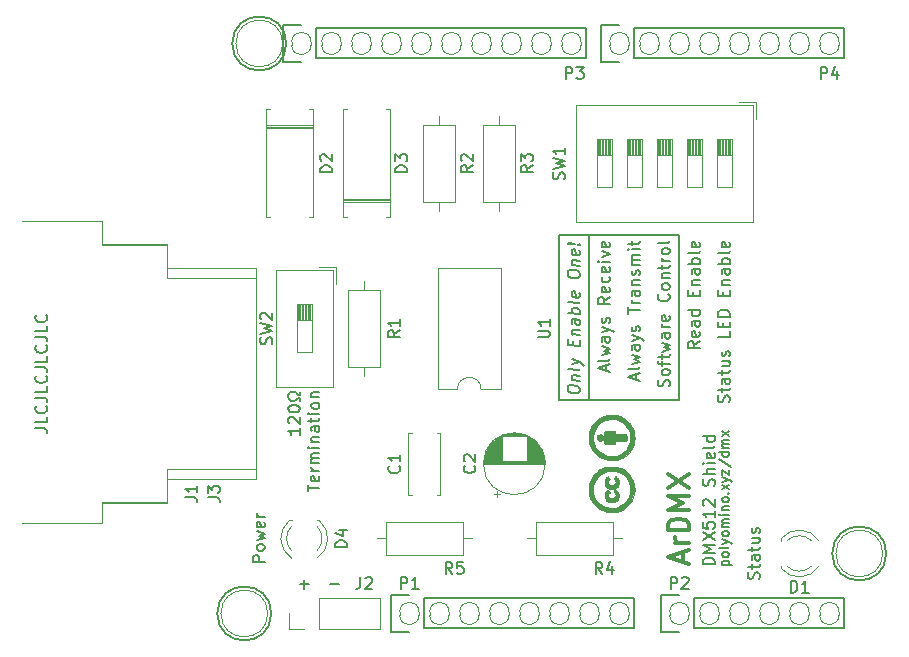
<source format=gbr>
G04 #@! TF.GenerationSoftware,KiCad,Pcbnew,(5.1.5)-3*
G04 #@! TF.CreationDate,2020-07-14T23:57:43+01:00*
G04 #@! TF.ProjectId,dmxhat,646d7868-6174-42e6-9b69-6361645f7063,rev?*
G04 #@! TF.SameCoordinates,Original*
G04 #@! TF.FileFunction,Legend,Top*
G04 #@! TF.FilePolarity,Positive*
%FSLAX46Y46*%
G04 Gerber Fmt 4.6, Leading zero omitted, Abs format (unit mm)*
G04 Created by KiCad (PCBNEW (5.1.5)-3) date 2020-07-14 23:57:43*
%MOMM*%
%LPD*%
G04 APERTURE LIST*
%ADD10C,0.150000*%
%ADD11C,0.350000*%
%ADD12C,0.120000*%
%ADD13C,0.010000*%
%ADD14C,0.100000*%
G04 APERTURE END LIST*
D10*
X107275380Y-108124047D02*
X107989666Y-108124047D01*
X108132523Y-108171666D01*
X108227761Y-108266904D01*
X108275380Y-108409761D01*
X108275380Y-108505000D01*
X108275380Y-107171666D02*
X108275380Y-107647857D01*
X107275380Y-107647857D01*
X108180142Y-106266904D02*
X108227761Y-106314523D01*
X108275380Y-106457380D01*
X108275380Y-106552619D01*
X108227761Y-106695476D01*
X108132523Y-106790714D01*
X108037285Y-106838333D01*
X107846809Y-106885952D01*
X107703952Y-106885952D01*
X107513476Y-106838333D01*
X107418238Y-106790714D01*
X107323000Y-106695476D01*
X107275380Y-106552619D01*
X107275380Y-106457380D01*
X107323000Y-106314523D01*
X107370619Y-106266904D01*
X107275380Y-105552619D02*
X107989666Y-105552619D01*
X108132523Y-105600238D01*
X108227761Y-105695476D01*
X108275380Y-105838333D01*
X108275380Y-105933571D01*
X108275380Y-104600238D02*
X108275380Y-105076428D01*
X107275380Y-105076428D01*
X108180142Y-103695476D02*
X108227761Y-103743095D01*
X108275380Y-103885952D01*
X108275380Y-103981190D01*
X108227761Y-104124047D01*
X108132523Y-104219285D01*
X108037285Y-104266904D01*
X107846809Y-104314523D01*
X107703952Y-104314523D01*
X107513476Y-104266904D01*
X107418238Y-104219285D01*
X107323000Y-104124047D01*
X107275380Y-103981190D01*
X107275380Y-103885952D01*
X107323000Y-103743095D01*
X107370619Y-103695476D01*
X107275380Y-102981190D02*
X107989666Y-102981190D01*
X108132523Y-103028809D01*
X108227761Y-103124047D01*
X108275380Y-103266904D01*
X108275380Y-103362142D01*
X108275380Y-102028809D02*
X108275380Y-102505000D01*
X107275380Y-102505000D01*
X108180142Y-101124047D02*
X108227761Y-101171666D01*
X108275380Y-101314523D01*
X108275380Y-101409761D01*
X108227761Y-101552619D01*
X108132523Y-101647857D01*
X108037285Y-101695476D01*
X107846809Y-101743095D01*
X107703952Y-101743095D01*
X107513476Y-101695476D01*
X107418238Y-101647857D01*
X107323000Y-101552619D01*
X107275380Y-101409761D01*
X107275380Y-101314523D01*
X107323000Y-101171666D01*
X107370619Y-101124047D01*
X107275380Y-100409761D02*
X107989666Y-100409761D01*
X108132523Y-100457380D01*
X108227761Y-100552619D01*
X108275380Y-100695476D01*
X108275380Y-100790714D01*
X108275380Y-99457380D02*
X108275380Y-99933571D01*
X107275380Y-99933571D01*
X108180142Y-98552619D02*
X108227761Y-98600238D01*
X108275380Y-98743095D01*
X108275380Y-98838333D01*
X108227761Y-98981190D01*
X108132523Y-99076428D01*
X108037285Y-99124047D01*
X107846809Y-99171666D01*
X107703952Y-99171666D01*
X107513476Y-99124047D01*
X107418238Y-99076428D01*
X107323000Y-98981190D01*
X107275380Y-98838333D01*
X107275380Y-98743095D01*
X107323000Y-98600238D01*
X107370619Y-98552619D01*
X132207047Y-121356428D02*
X132968952Y-121356428D01*
X129667047Y-121356428D02*
X130428952Y-121356428D01*
X130048000Y-121737380D02*
X130048000Y-120975476D01*
X168552761Y-120911666D02*
X168600380Y-120768809D01*
X168600380Y-120530714D01*
X168552761Y-120435476D01*
X168505142Y-120387857D01*
X168409904Y-120340238D01*
X168314666Y-120340238D01*
X168219428Y-120387857D01*
X168171809Y-120435476D01*
X168124190Y-120530714D01*
X168076571Y-120721190D01*
X168028952Y-120816428D01*
X167981333Y-120864047D01*
X167886095Y-120911666D01*
X167790857Y-120911666D01*
X167695619Y-120864047D01*
X167648000Y-120816428D01*
X167600380Y-120721190D01*
X167600380Y-120483095D01*
X167648000Y-120340238D01*
X167933714Y-120054523D02*
X167933714Y-119673571D01*
X167600380Y-119911666D02*
X168457523Y-119911666D01*
X168552761Y-119864047D01*
X168600380Y-119768809D01*
X168600380Y-119673571D01*
X168600380Y-118911666D02*
X168076571Y-118911666D01*
X167981333Y-118959285D01*
X167933714Y-119054523D01*
X167933714Y-119245000D01*
X167981333Y-119340238D01*
X168552761Y-118911666D02*
X168600380Y-119006904D01*
X168600380Y-119245000D01*
X168552761Y-119340238D01*
X168457523Y-119387857D01*
X168362285Y-119387857D01*
X168267047Y-119340238D01*
X168219428Y-119245000D01*
X168219428Y-119006904D01*
X168171809Y-118911666D01*
X167933714Y-118578333D02*
X167933714Y-118197380D01*
X167600380Y-118435476D02*
X168457523Y-118435476D01*
X168552761Y-118387857D01*
X168600380Y-118292619D01*
X168600380Y-118197380D01*
X167933714Y-117435476D02*
X168600380Y-117435476D01*
X167933714Y-117864047D02*
X168457523Y-117864047D01*
X168552761Y-117816428D01*
X168600380Y-117721190D01*
X168600380Y-117578333D01*
X168552761Y-117483095D01*
X168505142Y-117435476D01*
X168552761Y-117006904D02*
X168600380Y-116911666D01*
X168600380Y-116721190D01*
X168552761Y-116625952D01*
X168457523Y-116578333D01*
X168409904Y-116578333D01*
X168314666Y-116625952D01*
X168267047Y-116721190D01*
X168267047Y-116864047D01*
X168219428Y-116959285D01*
X168124190Y-117006904D01*
X168076571Y-117006904D01*
X167981333Y-116959285D01*
X167933714Y-116864047D01*
X167933714Y-116721190D01*
X167981333Y-116625952D01*
X126690380Y-119451190D02*
X125690380Y-119451190D01*
X125690380Y-119070238D01*
X125738000Y-118975000D01*
X125785619Y-118927380D01*
X125880857Y-118879761D01*
X126023714Y-118879761D01*
X126118952Y-118927380D01*
X126166571Y-118975000D01*
X126214190Y-119070238D01*
X126214190Y-119451190D01*
X126690380Y-118308333D02*
X126642761Y-118403571D01*
X126595142Y-118451190D01*
X126499904Y-118498809D01*
X126214190Y-118498809D01*
X126118952Y-118451190D01*
X126071333Y-118403571D01*
X126023714Y-118308333D01*
X126023714Y-118165476D01*
X126071333Y-118070238D01*
X126118952Y-118022619D01*
X126214190Y-117975000D01*
X126499904Y-117975000D01*
X126595142Y-118022619D01*
X126642761Y-118070238D01*
X126690380Y-118165476D01*
X126690380Y-118308333D01*
X126023714Y-117641666D02*
X126690380Y-117451190D01*
X126214190Y-117260714D01*
X126690380Y-117070238D01*
X126023714Y-116879761D01*
X126642761Y-116117857D02*
X126690380Y-116213095D01*
X126690380Y-116403571D01*
X126642761Y-116498809D01*
X126547523Y-116546428D01*
X126166571Y-116546428D01*
X126071333Y-116498809D01*
X126023714Y-116403571D01*
X126023714Y-116213095D01*
X126071333Y-116117857D01*
X126166571Y-116070238D01*
X126261809Y-116070238D01*
X126357047Y-116546428D01*
X126690380Y-115641666D02*
X126023714Y-115641666D01*
X126214190Y-115641666D02*
X126118952Y-115594047D01*
X126071333Y-115546428D01*
X126023714Y-115451190D01*
X126023714Y-115355952D01*
X165436571Y-119727023D02*
X166236571Y-119727023D01*
X165474666Y-119727023D02*
X165436571Y-119650833D01*
X165436571Y-119498452D01*
X165474666Y-119422261D01*
X165512761Y-119384166D01*
X165588952Y-119346071D01*
X165817523Y-119346071D01*
X165893714Y-119384166D01*
X165931809Y-119422261D01*
X165969904Y-119498452D01*
X165969904Y-119650833D01*
X165931809Y-119727023D01*
X165969904Y-118888928D02*
X165931809Y-118965119D01*
X165893714Y-119003214D01*
X165817523Y-119041309D01*
X165588952Y-119041309D01*
X165512761Y-119003214D01*
X165474666Y-118965119D01*
X165436571Y-118888928D01*
X165436571Y-118774642D01*
X165474666Y-118698452D01*
X165512761Y-118660357D01*
X165588952Y-118622261D01*
X165817523Y-118622261D01*
X165893714Y-118660357D01*
X165931809Y-118698452D01*
X165969904Y-118774642D01*
X165969904Y-118888928D01*
X165969904Y-118165119D02*
X165931809Y-118241309D01*
X165855619Y-118279404D01*
X165169904Y-118279404D01*
X165436571Y-117936547D02*
X165969904Y-117746071D01*
X165436571Y-117555595D02*
X165969904Y-117746071D01*
X166160380Y-117822261D01*
X166198476Y-117860357D01*
X166236571Y-117936547D01*
X165969904Y-117136547D02*
X165931809Y-117212738D01*
X165893714Y-117250833D01*
X165817523Y-117288928D01*
X165588952Y-117288928D01*
X165512761Y-117250833D01*
X165474666Y-117212738D01*
X165436571Y-117136547D01*
X165436571Y-117022261D01*
X165474666Y-116946071D01*
X165512761Y-116907976D01*
X165588952Y-116869880D01*
X165817523Y-116869880D01*
X165893714Y-116907976D01*
X165931809Y-116946071D01*
X165969904Y-117022261D01*
X165969904Y-117136547D01*
X165969904Y-116527023D02*
X165436571Y-116527023D01*
X165512761Y-116527023D02*
X165474666Y-116488928D01*
X165436571Y-116412738D01*
X165436571Y-116298452D01*
X165474666Y-116222261D01*
X165550857Y-116184166D01*
X165969904Y-116184166D01*
X165550857Y-116184166D02*
X165474666Y-116146071D01*
X165436571Y-116069880D01*
X165436571Y-115955595D01*
X165474666Y-115879404D01*
X165550857Y-115841309D01*
X165969904Y-115841309D01*
X165969904Y-115460357D02*
X165436571Y-115460357D01*
X165169904Y-115460357D02*
X165208000Y-115498452D01*
X165246095Y-115460357D01*
X165208000Y-115422261D01*
X165169904Y-115460357D01*
X165246095Y-115460357D01*
X165436571Y-115079404D02*
X165969904Y-115079404D01*
X165512761Y-115079404D02*
X165474666Y-115041309D01*
X165436571Y-114965119D01*
X165436571Y-114850833D01*
X165474666Y-114774642D01*
X165550857Y-114736547D01*
X165969904Y-114736547D01*
X165969904Y-114241309D02*
X165931809Y-114317500D01*
X165893714Y-114355595D01*
X165817523Y-114393690D01*
X165588952Y-114393690D01*
X165512761Y-114355595D01*
X165474666Y-114317500D01*
X165436571Y-114241309D01*
X165436571Y-114127023D01*
X165474666Y-114050833D01*
X165512761Y-114012738D01*
X165588952Y-113974642D01*
X165817523Y-113974642D01*
X165893714Y-114012738D01*
X165931809Y-114050833D01*
X165969904Y-114127023D01*
X165969904Y-114241309D01*
X165893714Y-113631785D02*
X165931809Y-113593690D01*
X165969904Y-113631785D01*
X165931809Y-113669880D01*
X165893714Y-113631785D01*
X165969904Y-113631785D01*
X165969904Y-113327023D02*
X165436571Y-112907976D01*
X165436571Y-113327023D02*
X165969904Y-112907976D01*
X165436571Y-112679404D02*
X165969904Y-112488928D01*
X165436571Y-112298452D02*
X165969904Y-112488928D01*
X166160380Y-112565119D01*
X166198476Y-112603214D01*
X166236571Y-112679404D01*
X165436571Y-112069880D02*
X165436571Y-111650833D01*
X165969904Y-112069880D01*
X165969904Y-111650833D01*
X165131809Y-110774642D02*
X166160380Y-111460357D01*
X165969904Y-110165119D02*
X165169904Y-110165119D01*
X165931809Y-110165119D02*
X165969904Y-110241309D01*
X165969904Y-110393690D01*
X165931809Y-110469880D01*
X165893714Y-110507976D01*
X165817523Y-110546071D01*
X165588952Y-110546071D01*
X165512761Y-110507976D01*
X165474666Y-110469880D01*
X165436571Y-110393690D01*
X165436571Y-110241309D01*
X165474666Y-110165119D01*
X165969904Y-109784166D02*
X165436571Y-109784166D01*
X165512761Y-109784166D02*
X165474666Y-109746071D01*
X165436571Y-109669880D01*
X165436571Y-109555595D01*
X165474666Y-109479404D01*
X165550857Y-109441309D01*
X165969904Y-109441309D01*
X165550857Y-109441309D02*
X165474666Y-109403214D01*
X165436571Y-109327023D01*
X165436571Y-109212738D01*
X165474666Y-109136547D01*
X165550857Y-109098452D01*
X165969904Y-109098452D01*
X165969904Y-108793690D02*
X165436571Y-108374642D01*
X165436571Y-108793690D02*
X165969904Y-108374642D01*
X164790380Y-119679404D02*
X163790380Y-119679404D01*
X163790380Y-119441309D01*
X163838000Y-119298452D01*
X163933238Y-119203214D01*
X164028476Y-119155595D01*
X164218952Y-119107976D01*
X164361809Y-119107976D01*
X164552285Y-119155595D01*
X164647523Y-119203214D01*
X164742761Y-119298452D01*
X164790380Y-119441309D01*
X164790380Y-119679404D01*
X164790380Y-118679404D02*
X163790380Y-118679404D01*
X164504666Y-118346071D01*
X163790380Y-118012738D01*
X164790380Y-118012738D01*
X163790380Y-117631785D02*
X164790380Y-116965119D01*
X163790380Y-116965119D02*
X164790380Y-117631785D01*
X163790380Y-116107976D02*
X163790380Y-116584166D01*
X164266571Y-116631785D01*
X164218952Y-116584166D01*
X164171333Y-116488928D01*
X164171333Y-116250833D01*
X164218952Y-116155595D01*
X164266571Y-116107976D01*
X164361809Y-116060357D01*
X164599904Y-116060357D01*
X164695142Y-116107976D01*
X164742761Y-116155595D01*
X164790380Y-116250833D01*
X164790380Y-116488928D01*
X164742761Y-116584166D01*
X164695142Y-116631785D01*
X164790380Y-115107976D02*
X164790380Y-115679404D01*
X164790380Y-115393690D02*
X163790380Y-115393690D01*
X163933238Y-115488928D01*
X164028476Y-115584166D01*
X164076095Y-115679404D01*
X163885619Y-114727023D02*
X163838000Y-114679404D01*
X163790380Y-114584166D01*
X163790380Y-114346071D01*
X163838000Y-114250833D01*
X163885619Y-114203214D01*
X163980857Y-114155595D01*
X164076095Y-114155595D01*
X164218952Y-114203214D01*
X164790380Y-114774642D01*
X164790380Y-114155595D01*
X164742761Y-113012738D02*
X164790380Y-112869880D01*
X164790380Y-112631785D01*
X164742761Y-112536547D01*
X164695142Y-112488928D01*
X164599904Y-112441309D01*
X164504666Y-112441309D01*
X164409428Y-112488928D01*
X164361809Y-112536547D01*
X164314190Y-112631785D01*
X164266571Y-112822261D01*
X164218952Y-112917500D01*
X164171333Y-112965119D01*
X164076095Y-113012738D01*
X163980857Y-113012738D01*
X163885619Y-112965119D01*
X163838000Y-112917500D01*
X163790380Y-112822261D01*
X163790380Y-112584166D01*
X163838000Y-112441309D01*
X164790380Y-112012738D02*
X163790380Y-112012738D01*
X164790380Y-111584166D02*
X164266571Y-111584166D01*
X164171333Y-111631785D01*
X164123714Y-111727023D01*
X164123714Y-111869880D01*
X164171333Y-111965119D01*
X164218952Y-112012738D01*
X164790380Y-111107976D02*
X164123714Y-111107976D01*
X163790380Y-111107976D02*
X163838000Y-111155595D01*
X163885619Y-111107976D01*
X163838000Y-111060357D01*
X163790380Y-111107976D01*
X163885619Y-111107976D01*
X164742761Y-110250833D02*
X164790380Y-110346071D01*
X164790380Y-110536547D01*
X164742761Y-110631785D01*
X164647523Y-110679404D01*
X164266571Y-110679404D01*
X164171333Y-110631785D01*
X164123714Y-110536547D01*
X164123714Y-110346071D01*
X164171333Y-110250833D01*
X164266571Y-110203214D01*
X164361809Y-110203214D01*
X164457047Y-110679404D01*
X164790380Y-109631785D02*
X164742761Y-109727023D01*
X164647523Y-109774642D01*
X163790380Y-109774642D01*
X164790380Y-108822261D02*
X163790380Y-108822261D01*
X164742761Y-108822261D02*
X164790380Y-108917500D01*
X164790380Y-109107976D01*
X164742761Y-109203214D01*
X164695142Y-109250833D01*
X164599904Y-109298452D01*
X164314190Y-109298452D01*
X164218952Y-109250833D01*
X164171333Y-109203214D01*
X164123714Y-109107976D01*
X164123714Y-108917500D01*
X164171333Y-108822261D01*
D11*
X162089666Y-119454166D02*
X162089666Y-118620833D01*
X162589666Y-119620833D02*
X160839666Y-119037500D01*
X162589666Y-118454166D01*
X162589666Y-117870833D02*
X161423000Y-117870833D01*
X161756333Y-117870833D02*
X161589666Y-117787500D01*
X161506333Y-117704166D01*
X161423000Y-117537500D01*
X161423000Y-117370833D01*
X162589666Y-116787500D02*
X160839666Y-116787500D01*
X160839666Y-116370833D01*
X160923000Y-116120833D01*
X161089666Y-115954166D01*
X161256333Y-115870833D01*
X161589666Y-115787500D01*
X161839666Y-115787500D01*
X162173000Y-115870833D01*
X162339666Y-115954166D01*
X162506333Y-116120833D01*
X162589666Y-116370833D01*
X162589666Y-116787500D01*
X162589666Y-115037500D02*
X160839666Y-115037500D01*
X162089666Y-114454166D01*
X160839666Y-113870833D01*
X162589666Y-113870833D01*
X160839666Y-113204166D02*
X162589666Y-112037500D01*
X160839666Y-112037500D02*
X162589666Y-113204166D01*
D10*
X151647234Y-105726910D02*
X161807234Y-105726910D01*
X151647234Y-91756910D02*
X151647234Y-105726910D01*
X154187234Y-91756910D02*
X151647234Y-91756910D01*
X154187234Y-91756910D02*
X154187234Y-105726910D01*
X161807234Y-91756910D02*
X154187234Y-91756910D01*
X161807234Y-91756910D02*
X161807234Y-105726910D01*
X152360380Y-104872470D02*
X152360380Y-104681994D01*
X152408000Y-104592708D01*
X152503238Y-104509375D01*
X152693714Y-104485565D01*
X153027047Y-104527232D01*
X153217523Y-104598660D01*
X153312761Y-104705803D01*
X153360380Y-104806994D01*
X153360380Y-104997470D01*
X153312761Y-105086755D01*
X153217523Y-105170089D01*
X153027047Y-105193898D01*
X152693714Y-105152232D01*
X152503238Y-105080803D01*
X152408000Y-104973660D01*
X152360380Y-104872470D01*
X152693714Y-104056994D02*
X153360380Y-104140327D01*
X152788952Y-104068898D02*
X152741333Y-104015327D01*
X152693714Y-103914136D01*
X152693714Y-103771279D01*
X152741333Y-103681994D01*
X152836571Y-103646279D01*
X153360380Y-103711755D01*
X153360380Y-103092708D02*
X153312761Y-103181994D01*
X153217523Y-103217708D01*
X152360380Y-103110565D01*
X152693714Y-102723660D02*
X153360380Y-102568898D01*
X152693714Y-102247470D02*
X153360380Y-102568898D01*
X153598476Y-102693898D01*
X153646095Y-102747470D01*
X153693714Y-102848660D01*
X152836571Y-101122470D02*
X152836571Y-100789136D01*
X153360380Y-100711755D02*
X153360380Y-101187946D01*
X152360380Y-101062946D01*
X152360380Y-100586755D01*
X152693714Y-100199851D02*
X153360380Y-100283184D01*
X152788952Y-100211755D02*
X152741333Y-100158184D01*
X152693714Y-100056994D01*
X152693714Y-99914136D01*
X152741333Y-99824851D01*
X152836571Y-99789136D01*
X153360380Y-99854613D01*
X153360380Y-98949851D02*
X152836571Y-98884375D01*
X152741333Y-98920089D01*
X152693714Y-99009375D01*
X152693714Y-99199851D01*
X152741333Y-99301041D01*
X153312761Y-98943898D02*
X153360380Y-99045089D01*
X153360380Y-99283184D01*
X153312761Y-99372470D01*
X153217523Y-99408184D01*
X153122285Y-99396279D01*
X153027047Y-99336755D01*
X152979428Y-99235565D01*
X152979428Y-98997470D01*
X152931809Y-98896279D01*
X153360380Y-98473660D02*
X152360380Y-98348660D01*
X152741333Y-98396279D02*
X152693714Y-98295089D01*
X152693714Y-98104613D01*
X152741333Y-98015327D01*
X152788952Y-97973660D01*
X152884190Y-97937946D01*
X153169904Y-97973660D01*
X153265142Y-98033184D01*
X153312761Y-98086755D01*
X153360380Y-98187946D01*
X153360380Y-98378422D01*
X153312761Y-98467708D01*
X153360380Y-97426041D02*
X153312761Y-97515327D01*
X153217523Y-97551041D01*
X152360380Y-97443898D01*
X153312761Y-96658184D02*
X153360380Y-96759375D01*
X153360380Y-96949851D01*
X153312761Y-97039136D01*
X153217523Y-97074851D01*
X152836571Y-97027232D01*
X152741333Y-96967708D01*
X152693714Y-96866517D01*
X152693714Y-96676041D01*
X152741333Y-96586755D01*
X152836571Y-96551041D01*
X152931809Y-96562946D01*
X153027047Y-97051041D01*
X152360380Y-95110565D02*
X152360380Y-94920089D01*
X152408000Y-94830803D01*
X152503238Y-94747470D01*
X152693714Y-94723660D01*
X153027047Y-94765327D01*
X153217523Y-94836755D01*
X153312761Y-94943898D01*
X153360380Y-95045089D01*
X153360380Y-95235565D01*
X153312761Y-95324851D01*
X153217523Y-95408184D01*
X153027047Y-95431994D01*
X152693714Y-95390327D01*
X152503238Y-95318898D01*
X152408000Y-95211755D01*
X152360380Y-95110565D01*
X152693714Y-94295089D02*
X153360380Y-94378422D01*
X152788952Y-94306994D02*
X152741333Y-94253422D01*
X152693714Y-94152232D01*
X152693714Y-94009375D01*
X152741333Y-93920089D01*
X152836571Y-93884375D01*
X153360380Y-93949851D01*
X153312761Y-93086755D02*
X153360380Y-93187946D01*
X153360380Y-93378422D01*
X153312761Y-93467708D01*
X153217523Y-93503422D01*
X152836571Y-93455803D01*
X152741333Y-93396279D01*
X152693714Y-93295089D01*
X152693714Y-93104613D01*
X152741333Y-93015327D01*
X152836571Y-92979613D01*
X152931809Y-92991517D01*
X153027047Y-93479613D01*
X153265142Y-92604613D02*
X153312761Y-92562946D01*
X153360380Y-92616517D01*
X153312761Y-92658184D01*
X153265142Y-92604613D01*
X153360380Y-92616517D01*
X152979428Y-92568898D02*
X152408000Y-92545089D01*
X152360380Y-92491517D01*
X152408000Y-92449851D01*
X152979428Y-92568898D01*
X152360380Y-92491517D01*
X155614666Y-103315357D02*
X155614666Y-102839166D01*
X155900380Y-103410595D02*
X154900380Y-103077261D01*
X155900380Y-102743928D01*
X155900380Y-102267738D02*
X155852761Y-102362976D01*
X155757523Y-102410595D01*
X154900380Y-102410595D01*
X155233714Y-101982023D02*
X155900380Y-101791547D01*
X155424190Y-101601071D01*
X155900380Y-101410595D01*
X155233714Y-101220119D01*
X155900380Y-100410595D02*
X155376571Y-100410595D01*
X155281333Y-100458214D01*
X155233714Y-100553452D01*
X155233714Y-100743928D01*
X155281333Y-100839166D01*
X155852761Y-100410595D02*
X155900380Y-100505833D01*
X155900380Y-100743928D01*
X155852761Y-100839166D01*
X155757523Y-100886785D01*
X155662285Y-100886785D01*
X155567047Y-100839166D01*
X155519428Y-100743928D01*
X155519428Y-100505833D01*
X155471809Y-100410595D01*
X155233714Y-100029642D02*
X155900380Y-99791547D01*
X155233714Y-99553452D02*
X155900380Y-99791547D01*
X156138476Y-99886785D01*
X156186095Y-99934404D01*
X156233714Y-100029642D01*
X155852761Y-99220119D02*
X155900380Y-99124880D01*
X155900380Y-98934404D01*
X155852761Y-98839166D01*
X155757523Y-98791547D01*
X155709904Y-98791547D01*
X155614666Y-98839166D01*
X155567047Y-98934404D01*
X155567047Y-99077261D01*
X155519428Y-99172500D01*
X155424190Y-99220119D01*
X155376571Y-99220119D01*
X155281333Y-99172500D01*
X155233714Y-99077261D01*
X155233714Y-98934404D01*
X155281333Y-98839166D01*
X155900380Y-97029642D02*
X155424190Y-97362976D01*
X155900380Y-97601071D02*
X154900380Y-97601071D01*
X154900380Y-97220119D01*
X154948000Y-97124880D01*
X154995619Y-97077261D01*
X155090857Y-97029642D01*
X155233714Y-97029642D01*
X155328952Y-97077261D01*
X155376571Y-97124880D01*
X155424190Y-97220119D01*
X155424190Y-97601071D01*
X155852761Y-96220119D02*
X155900380Y-96315357D01*
X155900380Y-96505833D01*
X155852761Y-96601071D01*
X155757523Y-96648690D01*
X155376571Y-96648690D01*
X155281333Y-96601071D01*
X155233714Y-96505833D01*
X155233714Y-96315357D01*
X155281333Y-96220119D01*
X155376571Y-96172500D01*
X155471809Y-96172500D01*
X155567047Y-96648690D01*
X155852761Y-95315357D02*
X155900380Y-95410595D01*
X155900380Y-95601071D01*
X155852761Y-95696309D01*
X155805142Y-95743928D01*
X155709904Y-95791547D01*
X155424190Y-95791547D01*
X155328952Y-95743928D01*
X155281333Y-95696309D01*
X155233714Y-95601071D01*
X155233714Y-95410595D01*
X155281333Y-95315357D01*
X155852761Y-94505833D02*
X155900380Y-94601071D01*
X155900380Y-94791547D01*
X155852761Y-94886785D01*
X155757523Y-94934404D01*
X155376571Y-94934404D01*
X155281333Y-94886785D01*
X155233714Y-94791547D01*
X155233714Y-94601071D01*
X155281333Y-94505833D01*
X155376571Y-94458214D01*
X155471809Y-94458214D01*
X155567047Y-94934404D01*
X155900380Y-94029642D02*
X155233714Y-94029642D01*
X154900380Y-94029642D02*
X154948000Y-94077261D01*
X154995619Y-94029642D01*
X154948000Y-93982023D01*
X154900380Y-94029642D01*
X154995619Y-94029642D01*
X155233714Y-93648690D02*
X155900380Y-93410595D01*
X155233714Y-93172500D01*
X155852761Y-92410595D02*
X155900380Y-92505833D01*
X155900380Y-92696309D01*
X155852761Y-92791547D01*
X155757523Y-92839166D01*
X155376571Y-92839166D01*
X155281333Y-92791547D01*
X155233714Y-92696309D01*
X155233714Y-92505833D01*
X155281333Y-92410595D01*
X155376571Y-92362976D01*
X155471809Y-92362976D01*
X155567047Y-92839166D01*
X158154666Y-104029642D02*
X158154666Y-103553452D01*
X158440380Y-104124880D02*
X157440380Y-103791547D01*
X158440380Y-103458214D01*
X158440380Y-102982023D02*
X158392761Y-103077261D01*
X158297523Y-103124880D01*
X157440380Y-103124880D01*
X157773714Y-102696309D02*
X158440380Y-102505833D01*
X157964190Y-102315357D01*
X158440380Y-102124880D01*
X157773714Y-101934404D01*
X158440380Y-101124880D02*
X157916571Y-101124880D01*
X157821333Y-101172500D01*
X157773714Y-101267738D01*
X157773714Y-101458214D01*
X157821333Y-101553452D01*
X158392761Y-101124880D02*
X158440380Y-101220119D01*
X158440380Y-101458214D01*
X158392761Y-101553452D01*
X158297523Y-101601071D01*
X158202285Y-101601071D01*
X158107047Y-101553452D01*
X158059428Y-101458214D01*
X158059428Y-101220119D01*
X158011809Y-101124880D01*
X157773714Y-100743928D02*
X158440380Y-100505833D01*
X157773714Y-100267738D02*
X158440380Y-100505833D01*
X158678476Y-100601071D01*
X158726095Y-100648690D01*
X158773714Y-100743928D01*
X158392761Y-99934404D02*
X158440380Y-99839166D01*
X158440380Y-99648690D01*
X158392761Y-99553452D01*
X158297523Y-99505833D01*
X158249904Y-99505833D01*
X158154666Y-99553452D01*
X158107047Y-99648690D01*
X158107047Y-99791547D01*
X158059428Y-99886785D01*
X157964190Y-99934404D01*
X157916571Y-99934404D01*
X157821333Y-99886785D01*
X157773714Y-99791547D01*
X157773714Y-99648690D01*
X157821333Y-99553452D01*
X157440380Y-98458214D02*
X157440380Y-97886785D01*
X158440380Y-98172500D02*
X157440380Y-98172500D01*
X158440380Y-97553452D02*
X157773714Y-97553452D01*
X157964190Y-97553452D02*
X157868952Y-97505833D01*
X157821333Y-97458214D01*
X157773714Y-97362976D01*
X157773714Y-97267738D01*
X158440380Y-96505833D02*
X157916571Y-96505833D01*
X157821333Y-96553452D01*
X157773714Y-96648690D01*
X157773714Y-96839166D01*
X157821333Y-96934404D01*
X158392761Y-96505833D02*
X158440380Y-96601071D01*
X158440380Y-96839166D01*
X158392761Y-96934404D01*
X158297523Y-96982023D01*
X158202285Y-96982023D01*
X158107047Y-96934404D01*
X158059428Y-96839166D01*
X158059428Y-96601071D01*
X158011809Y-96505833D01*
X157773714Y-96029642D02*
X158440380Y-96029642D01*
X157868952Y-96029642D02*
X157821333Y-95982023D01*
X157773714Y-95886785D01*
X157773714Y-95743928D01*
X157821333Y-95648690D01*
X157916571Y-95601071D01*
X158440380Y-95601071D01*
X158392761Y-95172500D02*
X158440380Y-95077261D01*
X158440380Y-94886785D01*
X158392761Y-94791547D01*
X158297523Y-94743928D01*
X158249904Y-94743928D01*
X158154666Y-94791547D01*
X158107047Y-94886785D01*
X158107047Y-95029642D01*
X158059428Y-95124880D01*
X157964190Y-95172500D01*
X157916571Y-95172500D01*
X157821333Y-95124880D01*
X157773714Y-95029642D01*
X157773714Y-94886785D01*
X157821333Y-94791547D01*
X158440380Y-94315357D02*
X157773714Y-94315357D01*
X157868952Y-94315357D02*
X157821333Y-94267738D01*
X157773714Y-94172500D01*
X157773714Y-94029642D01*
X157821333Y-93934404D01*
X157916571Y-93886785D01*
X158440380Y-93886785D01*
X157916571Y-93886785D02*
X157821333Y-93839166D01*
X157773714Y-93743928D01*
X157773714Y-93601071D01*
X157821333Y-93505833D01*
X157916571Y-93458214D01*
X158440380Y-93458214D01*
X158440380Y-92982023D02*
X157773714Y-92982023D01*
X157440380Y-92982023D02*
X157488000Y-93029642D01*
X157535619Y-92982023D01*
X157488000Y-92934404D01*
X157440380Y-92982023D01*
X157535619Y-92982023D01*
X157773714Y-92648690D02*
X157773714Y-92267738D01*
X157440380Y-92505833D02*
X158297523Y-92505833D01*
X158392761Y-92458214D01*
X158440380Y-92362976D01*
X158440380Y-92267738D01*
X160932761Y-104601071D02*
X160980380Y-104458214D01*
X160980380Y-104220119D01*
X160932761Y-104124880D01*
X160885142Y-104077261D01*
X160789904Y-104029642D01*
X160694666Y-104029642D01*
X160599428Y-104077261D01*
X160551809Y-104124880D01*
X160504190Y-104220119D01*
X160456571Y-104410595D01*
X160408952Y-104505833D01*
X160361333Y-104553452D01*
X160266095Y-104601071D01*
X160170857Y-104601071D01*
X160075619Y-104553452D01*
X160028000Y-104505833D01*
X159980380Y-104410595D01*
X159980380Y-104172500D01*
X160028000Y-104029642D01*
X160980380Y-103458214D02*
X160932761Y-103553452D01*
X160885142Y-103601071D01*
X160789904Y-103648690D01*
X160504190Y-103648690D01*
X160408952Y-103601071D01*
X160361333Y-103553452D01*
X160313714Y-103458214D01*
X160313714Y-103315357D01*
X160361333Y-103220119D01*
X160408952Y-103172500D01*
X160504190Y-103124880D01*
X160789904Y-103124880D01*
X160885142Y-103172500D01*
X160932761Y-103220119D01*
X160980380Y-103315357D01*
X160980380Y-103458214D01*
X160313714Y-102839166D02*
X160313714Y-102458214D01*
X160980380Y-102696309D02*
X160123238Y-102696309D01*
X160028000Y-102648690D01*
X159980380Y-102553452D01*
X159980380Y-102458214D01*
X160313714Y-102267738D02*
X160313714Y-101886785D01*
X159980380Y-102124880D02*
X160837523Y-102124880D01*
X160932761Y-102077261D01*
X160980380Y-101982023D01*
X160980380Y-101886785D01*
X160313714Y-101648690D02*
X160980380Y-101458214D01*
X160504190Y-101267738D01*
X160980380Y-101077261D01*
X160313714Y-100886785D01*
X160980380Y-100077261D02*
X160456571Y-100077261D01*
X160361333Y-100124880D01*
X160313714Y-100220119D01*
X160313714Y-100410595D01*
X160361333Y-100505833D01*
X160932761Y-100077261D02*
X160980380Y-100172500D01*
X160980380Y-100410595D01*
X160932761Y-100505833D01*
X160837523Y-100553452D01*
X160742285Y-100553452D01*
X160647047Y-100505833D01*
X160599428Y-100410595D01*
X160599428Y-100172500D01*
X160551809Y-100077261D01*
X160980380Y-99601071D02*
X160313714Y-99601071D01*
X160504190Y-99601071D02*
X160408952Y-99553452D01*
X160361333Y-99505833D01*
X160313714Y-99410595D01*
X160313714Y-99315357D01*
X160932761Y-98601071D02*
X160980380Y-98696309D01*
X160980380Y-98886785D01*
X160932761Y-98982023D01*
X160837523Y-99029642D01*
X160456571Y-99029642D01*
X160361333Y-98982023D01*
X160313714Y-98886785D01*
X160313714Y-98696309D01*
X160361333Y-98601071D01*
X160456571Y-98553452D01*
X160551809Y-98553452D01*
X160647047Y-99029642D01*
X160885142Y-96791547D02*
X160932761Y-96839166D01*
X160980380Y-96982023D01*
X160980380Y-97077261D01*
X160932761Y-97220119D01*
X160837523Y-97315357D01*
X160742285Y-97362976D01*
X160551809Y-97410595D01*
X160408952Y-97410595D01*
X160218476Y-97362976D01*
X160123238Y-97315357D01*
X160028000Y-97220119D01*
X159980380Y-97077261D01*
X159980380Y-96982023D01*
X160028000Y-96839166D01*
X160075619Y-96791547D01*
X160980380Y-96220119D02*
X160932761Y-96315357D01*
X160885142Y-96362976D01*
X160789904Y-96410595D01*
X160504190Y-96410595D01*
X160408952Y-96362976D01*
X160361333Y-96315357D01*
X160313714Y-96220119D01*
X160313714Y-96077261D01*
X160361333Y-95982023D01*
X160408952Y-95934404D01*
X160504190Y-95886785D01*
X160789904Y-95886785D01*
X160885142Y-95934404D01*
X160932761Y-95982023D01*
X160980380Y-96077261D01*
X160980380Y-96220119D01*
X160313714Y-95458214D02*
X160980380Y-95458214D01*
X160408952Y-95458214D02*
X160361333Y-95410595D01*
X160313714Y-95315357D01*
X160313714Y-95172500D01*
X160361333Y-95077261D01*
X160456571Y-95029642D01*
X160980380Y-95029642D01*
X160313714Y-94696309D02*
X160313714Y-94315357D01*
X159980380Y-94553452D02*
X160837523Y-94553452D01*
X160932761Y-94505833D01*
X160980380Y-94410595D01*
X160980380Y-94315357D01*
X160980380Y-93982023D02*
X160313714Y-93982023D01*
X160504190Y-93982023D02*
X160408952Y-93934404D01*
X160361333Y-93886785D01*
X160313714Y-93791547D01*
X160313714Y-93696309D01*
X160980380Y-93220119D02*
X160932761Y-93315357D01*
X160885142Y-93362976D01*
X160789904Y-93410595D01*
X160504190Y-93410595D01*
X160408952Y-93362976D01*
X160361333Y-93315357D01*
X160313714Y-93220119D01*
X160313714Y-93077261D01*
X160361333Y-92982023D01*
X160408952Y-92934404D01*
X160504190Y-92886785D01*
X160789904Y-92886785D01*
X160885142Y-92934404D01*
X160932761Y-92982023D01*
X160980380Y-93077261D01*
X160980380Y-93220119D01*
X160980380Y-92315357D02*
X160932761Y-92410595D01*
X160837523Y-92458214D01*
X159980380Y-92458214D01*
X163520380Y-100791547D02*
X163044190Y-101124880D01*
X163520380Y-101362976D02*
X162520380Y-101362976D01*
X162520380Y-100982023D01*
X162568000Y-100886785D01*
X162615619Y-100839166D01*
X162710857Y-100791547D01*
X162853714Y-100791547D01*
X162948952Y-100839166D01*
X162996571Y-100886785D01*
X163044190Y-100982023D01*
X163044190Y-101362976D01*
X163472761Y-99982023D02*
X163520380Y-100077261D01*
X163520380Y-100267738D01*
X163472761Y-100362976D01*
X163377523Y-100410595D01*
X162996571Y-100410595D01*
X162901333Y-100362976D01*
X162853714Y-100267738D01*
X162853714Y-100077261D01*
X162901333Y-99982023D01*
X162996571Y-99934404D01*
X163091809Y-99934404D01*
X163187047Y-100410595D01*
X163520380Y-99077261D02*
X162996571Y-99077261D01*
X162901333Y-99124880D01*
X162853714Y-99220119D01*
X162853714Y-99410595D01*
X162901333Y-99505833D01*
X163472761Y-99077261D02*
X163520380Y-99172500D01*
X163520380Y-99410595D01*
X163472761Y-99505833D01*
X163377523Y-99553452D01*
X163282285Y-99553452D01*
X163187047Y-99505833D01*
X163139428Y-99410595D01*
X163139428Y-99172500D01*
X163091809Y-99077261D01*
X163520380Y-98172500D02*
X162520380Y-98172500D01*
X163472761Y-98172500D02*
X163520380Y-98267738D01*
X163520380Y-98458214D01*
X163472761Y-98553452D01*
X163425142Y-98601071D01*
X163329904Y-98648690D01*
X163044190Y-98648690D01*
X162948952Y-98601071D01*
X162901333Y-98553452D01*
X162853714Y-98458214D01*
X162853714Y-98267738D01*
X162901333Y-98172500D01*
X162996571Y-96934404D02*
X162996571Y-96601071D01*
X163520380Y-96458214D02*
X163520380Y-96934404D01*
X162520380Y-96934404D01*
X162520380Y-96458214D01*
X162853714Y-96029642D02*
X163520380Y-96029642D01*
X162948952Y-96029642D02*
X162901333Y-95982023D01*
X162853714Y-95886785D01*
X162853714Y-95743928D01*
X162901333Y-95648690D01*
X162996571Y-95601071D01*
X163520380Y-95601071D01*
X163520380Y-94696309D02*
X162996571Y-94696309D01*
X162901333Y-94743928D01*
X162853714Y-94839166D01*
X162853714Y-95029642D01*
X162901333Y-95124880D01*
X163472761Y-94696309D02*
X163520380Y-94791547D01*
X163520380Y-95029642D01*
X163472761Y-95124880D01*
X163377523Y-95172500D01*
X163282285Y-95172500D01*
X163187047Y-95124880D01*
X163139428Y-95029642D01*
X163139428Y-94791547D01*
X163091809Y-94696309D01*
X163520380Y-94220119D02*
X162520380Y-94220119D01*
X162901333Y-94220119D02*
X162853714Y-94124880D01*
X162853714Y-93934404D01*
X162901333Y-93839166D01*
X162948952Y-93791547D01*
X163044190Y-93743928D01*
X163329904Y-93743928D01*
X163425142Y-93791547D01*
X163472761Y-93839166D01*
X163520380Y-93934404D01*
X163520380Y-94124880D01*
X163472761Y-94220119D01*
X163520380Y-93172500D02*
X163472761Y-93267738D01*
X163377523Y-93315357D01*
X162520380Y-93315357D01*
X163472761Y-92410595D02*
X163520380Y-92505833D01*
X163520380Y-92696309D01*
X163472761Y-92791547D01*
X163377523Y-92839166D01*
X162996571Y-92839166D01*
X162901333Y-92791547D01*
X162853714Y-92696309D01*
X162853714Y-92505833D01*
X162901333Y-92410595D01*
X162996571Y-92362976D01*
X163091809Y-92362976D01*
X163187047Y-92839166D01*
X166012761Y-105934404D02*
X166060380Y-105791547D01*
X166060380Y-105553452D01*
X166012761Y-105458214D01*
X165965142Y-105410595D01*
X165869904Y-105362976D01*
X165774666Y-105362976D01*
X165679428Y-105410595D01*
X165631809Y-105458214D01*
X165584190Y-105553452D01*
X165536571Y-105743928D01*
X165488952Y-105839166D01*
X165441333Y-105886785D01*
X165346095Y-105934404D01*
X165250857Y-105934404D01*
X165155619Y-105886785D01*
X165108000Y-105839166D01*
X165060380Y-105743928D01*
X165060380Y-105505833D01*
X165108000Y-105362976D01*
X165393714Y-105077261D02*
X165393714Y-104696309D01*
X165060380Y-104934404D02*
X165917523Y-104934404D01*
X166012761Y-104886785D01*
X166060380Y-104791547D01*
X166060380Y-104696309D01*
X166060380Y-103934404D02*
X165536571Y-103934404D01*
X165441333Y-103982023D01*
X165393714Y-104077261D01*
X165393714Y-104267738D01*
X165441333Y-104362976D01*
X166012761Y-103934404D02*
X166060380Y-104029642D01*
X166060380Y-104267738D01*
X166012761Y-104362976D01*
X165917523Y-104410595D01*
X165822285Y-104410595D01*
X165727047Y-104362976D01*
X165679428Y-104267738D01*
X165679428Y-104029642D01*
X165631809Y-103934404D01*
X165393714Y-103601071D02*
X165393714Y-103220119D01*
X165060380Y-103458214D02*
X165917523Y-103458214D01*
X166012761Y-103410595D01*
X166060380Y-103315357D01*
X166060380Y-103220119D01*
X165393714Y-102458214D02*
X166060380Y-102458214D01*
X165393714Y-102886785D02*
X165917523Y-102886785D01*
X166012761Y-102839166D01*
X166060380Y-102743928D01*
X166060380Y-102601071D01*
X166012761Y-102505833D01*
X165965142Y-102458214D01*
X166012761Y-102029642D02*
X166060380Y-101934404D01*
X166060380Y-101743928D01*
X166012761Y-101648690D01*
X165917523Y-101601071D01*
X165869904Y-101601071D01*
X165774666Y-101648690D01*
X165727047Y-101743928D01*
X165727047Y-101886785D01*
X165679428Y-101982023D01*
X165584190Y-102029642D01*
X165536571Y-102029642D01*
X165441333Y-101982023D01*
X165393714Y-101886785D01*
X165393714Y-101743928D01*
X165441333Y-101648690D01*
X166060380Y-99934404D02*
X166060380Y-100410595D01*
X165060380Y-100410595D01*
X165536571Y-99601071D02*
X165536571Y-99267738D01*
X166060380Y-99124880D02*
X166060380Y-99601071D01*
X165060380Y-99601071D01*
X165060380Y-99124880D01*
X166060380Y-98696309D02*
X165060380Y-98696309D01*
X165060380Y-98458214D01*
X165108000Y-98315357D01*
X165203238Y-98220119D01*
X165298476Y-98172500D01*
X165488952Y-98124880D01*
X165631809Y-98124880D01*
X165822285Y-98172500D01*
X165917523Y-98220119D01*
X166012761Y-98315357D01*
X166060380Y-98458214D01*
X166060380Y-98696309D01*
X165536571Y-96934404D02*
X165536571Y-96601071D01*
X166060380Y-96458214D02*
X166060380Y-96934404D01*
X165060380Y-96934404D01*
X165060380Y-96458214D01*
X165393714Y-96029642D02*
X166060380Y-96029642D01*
X165488952Y-96029642D02*
X165441333Y-95982023D01*
X165393714Y-95886785D01*
X165393714Y-95743928D01*
X165441333Y-95648690D01*
X165536571Y-95601071D01*
X166060380Y-95601071D01*
X166060380Y-94696309D02*
X165536571Y-94696309D01*
X165441333Y-94743928D01*
X165393714Y-94839166D01*
X165393714Y-95029642D01*
X165441333Y-95124880D01*
X166012761Y-94696309D02*
X166060380Y-94791547D01*
X166060380Y-95029642D01*
X166012761Y-95124880D01*
X165917523Y-95172500D01*
X165822285Y-95172500D01*
X165727047Y-95124880D01*
X165679428Y-95029642D01*
X165679428Y-94791547D01*
X165631809Y-94696309D01*
X166060380Y-94220119D02*
X165060380Y-94220119D01*
X165441333Y-94220119D02*
X165393714Y-94124880D01*
X165393714Y-93934404D01*
X165441333Y-93839166D01*
X165488952Y-93791547D01*
X165584190Y-93743928D01*
X165869904Y-93743928D01*
X165965142Y-93791547D01*
X166012761Y-93839166D01*
X166060380Y-93934404D01*
X166060380Y-94124880D01*
X166012761Y-94220119D01*
X166060380Y-93172500D02*
X166012761Y-93267738D01*
X165917523Y-93315357D01*
X165060380Y-93315357D01*
X166012761Y-92410595D02*
X166060380Y-92505833D01*
X166060380Y-92696309D01*
X166012761Y-92791547D01*
X165917523Y-92839166D01*
X165536571Y-92839166D01*
X165441333Y-92791547D01*
X165393714Y-92696309D01*
X165393714Y-92505833D01*
X165441333Y-92410595D01*
X165536571Y-92362976D01*
X165631809Y-92362976D01*
X165727047Y-92839166D01*
X129675380Y-108110595D02*
X129675380Y-108682023D01*
X129675380Y-108396309D02*
X128675380Y-108396309D01*
X128818238Y-108491547D01*
X128913476Y-108586785D01*
X128961095Y-108682023D01*
X128770619Y-107729642D02*
X128723000Y-107682023D01*
X128675380Y-107586785D01*
X128675380Y-107348690D01*
X128723000Y-107253452D01*
X128770619Y-107205833D01*
X128865857Y-107158214D01*
X128961095Y-107158214D01*
X129103952Y-107205833D01*
X129675380Y-107777261D01*
X129675380Y-107158214D01*
X128675380Y-106539166D02*
X128675380Y-106443928D01*
X128723000Y-106348690D01*
X128770619Y-106301071D01*
X128865857Y-106253452D01*
X129056333Y-106205833D01*
X129294428Y-106205833D01*
X129484904Y-106253452D01*
X129580142Y-106301071D01*
X129627761Y-106348690D01*
X129675380Y-106443928D01*
X129675380Y-106539166D01*
X129627761Y-106634404D01*
X129580142Y-106682023D01*
X129484904Y-106729642D01*
X129294428Y-106777261D01*
X129056333Y-106777261D01*
X128865857Y-106729642D01*
X128770619Y-106682023D01*
X128723000Y-106634404D01*
X128675380Y-106539166D01*
X129675380Y-105824880D02*
X129675380Y-105586785D01*
X129484904Y-105586785D01*
X129437285Y-105682023D01*
X129342047Y-105777261D01*
X129199190Y-105824880D01*
X128961095Y-105824880D01*
X128818238Y-105777261D01*
X128723000Y-105682023D01*
X128675380Y-105539166D01*
X128675380Y-105348690D01*
X128723000Y-105205833D01*
X128818238Y-105110595D01*
X128961095Y-105062976D01*
X129199190Y-105062976D01*
X129342047Y-105110595D01*
X129437285Y-105205833D01*
X129484904Y-105301071D01*
X129675380Y-105301071D01*
X129675380Y-105062976D01*
X130325380Y-113491547D02*
X130325380Y-112920119D01*
X131325380Y-113205833D02*
X130325380Y-113205833D01*
X131277761Y-112205833D02*
X131325380Y-112301071D01*
X131325380Y-112491547D01*
X131277761Y-112586785D01*
X131182523Y-112634404D01*
X130801571Y-112634404D01*
X130706333Y-112586785D01*
X130658714Y-112491547D01*
X130658714Y-112301071D01*
X130706333Y-112205833D01*
X130801571Y-112158214D01*
X130896809Y-112158214D01*
X130992047Y-112634404D01*
X131325380Y-111729642D02*
X130658714Y-111729642D01*
X130849190Y-111729642D02*
X130753952Y-111682023D01*
X130706333Y-111634404D01*
X130658714Y-111539166D01*
X130658714Y-111443928D01*
X131325380Y-111110595D02*
X130658714Y-111110595D01*
X130753952Y-111110595D02*
X130706333Y-111062976D01*
X130658714Y-110967738D01*
X130658714Y-110824880D01*
X130706333Y-110729642D01*
X130801571Y-110682023D01*
X131325380Y-110682023D01*
X130801571Y-110682023D02*
X130706333Y-110634404D01*
X130658714Y-110539166D01*
X130658714Y-110396309D01*
X130706333Y-110301071D01*
X130801571Y-110253452D01*
X131325380Y-110253452D01*
X131325380Y-109777261D02*
X130658714Y-109777261D01*
X130325380Y-109777261D02*
X130373000Y-109824880D01*
X130420619Y-109777261D01*
X130373000Y-109729642D01*
X130325380Y-109777261D01*
X130420619Y-109777261D01*
X130658714Y-109301071D02*
X131325380Y-109301071D01*
X130753952Y-109301071D02*
X130706333Y-109253452D01*
X130658714Y-109158214D01*
X130658714Y-109015357D01*
X130706333Y-108920119D01*
X130801571Y-108872500D01*
X131325380Y-108872500D01*
X131325380Y-107967738D02*
X130801571Y-107967738D01*
X130706333Y-108015357D01*
X130658714Y-108110595D01*
X130658714Y-108301071D01*
X130706333Y-108396309D01*
X131277761Y-107967738D02*
X131325380Y-108062976D01*
X131325380Y-108301071D01*
X131277761Y-108396309D01*
X131182523Y-108443928D01*
X131087285Y-108443928D01*
X130992047Y-108396309D01*
X130944428Y-108301071D01*
X130944428Y-108062976D01*
X130896809Y-107967738D01*
X130658714Y-107634404D02*
X130658714Y-107253452D01*
X130325380Y-107491547D02*
X131182523Y-107491547D01*
X131277761Y-107443928D01*
X131325380Y-107348690D01*
X131325380Y-107253452D01*
X131325380Y-106920119D02*
X130658714Y-106920119D01*
X130325380Y-106920119D02*
X130373000Y-106967738D01*
X130420619Y-106920119D01*
X130373000Y-106872500D01*
X130325380Y-106920119D01*
X130420619Y-106920119D01*
X131325380Y-106301071D02*
X131277761Y-106396309D01*
X131230142Y-106443928D01*
X131134904Y-106491547D01*
X130849190Y-106491547D01*
X130753952Y-106443928D01*
X130706333Y-106396309D01*
X130658714Y-106301071D01*
X130658714Y-106158214D01*
X130706333Y-106062976D01*
X130753952Y-106015357D01*
X130849190Y-105967738D01*
X131134904Y-105967738D01*
X131230142Y-106015357D01*
X131277761Y-106062976D01*
X131325380Y-106158214D01*
X131325380Y-106301071D01*
X130658714Y-105539166D02*
X131325380Y-105539166D01*
X130753952Y-105539166D02*
X130706333Y-105491547D01*
X130658714Y-105396309D01*
X130658714Y-105253452D01*
X130706333Y-105158214D01*
X130801571Y-105110595D01*
X131325380Y-105110595D01*
D12*
X118419000Y-112425000D02*
X125919000Y-112425000D01*
X118419000Y-112425000D02*
X118419000Y-114475000D01*
X112919000Y-114475000D02*
X118419000Y-114475000D01*
X125919000Y-112425000D02*
X125919000Y-94585000D01*
X118419000Y-94585000D02*
X125919000Y-94585000D01*
X118419000Y-94585000D02*
X118419000Y-92535000D01*
X112919000Y-92535000D02*
X118419000Y-92535000D01*
X112919000Y-90585000D02*
X112919000Y-92535000D01*
X112919000Y-114475000D02*
X112919000Y-116125000D01*
X106939000Y-116125000D02*
X112919000Y-116125000D01*
X106939000Y-90585000D02*
X112919000Y-90585000D01*
D13*
G36*
X154836572Y-108813422D02*
G01*
X154873964Y-108744146D01*
X154928537Y-108696648D01*
X154931113Y-108695284D01*
X154981653Y-108676169D01*
X155044331Y-108661337D01*
X155065117Y-108658267D01*
X155145596Y-108660652D01*
X155225095Y-108683149D01*
X155292218Y-108721345D01*
X155329589Y-108760611D01*
X155348531Y-108808291D01*
X155361065Y-108876005D01*
X155365985Y-108950320D01*
X155362086Y-109017805D01*
X155355396Y-109048253D01*
X155324011Y-109111221D01*
X155272248Y-109157400D01*
X155208857Y-109187826D01*
X155117110Y-109208452D01*
X155026990Y-109203054D01*
X154945788Y-109173988D01*
X154880797Y-109123606D01*
X154845907Y-109070711D01*
X154820700Y-108984826D01*
X154818202Y-108896356D01*
X154836572Y-108813422D01*
G37*
X154836572Y-108813422D02*
X154873964Y-108744146D01*
X154928537Y-108696648D01*
X154931113Y-108695284D01*
X154981653Y-108676169D01*
X155044331Y-108661337D01*
X155065117Y-108658267D01*
X155145596Y-108660652D01*
X155225095Y-108683149D01*
X155292218Y-108721345D01*
X155329589Y-108760611D01*
X155348531Y-108808291D01*
X155361065Y-108876005D01*
X155365985Y-108950320D01*
X155362086Y-109017805D01*
X155355396Y-109048253D01*
X155324011Y-109111221D01*
X155272248Y-109157400D01*
X155208857Y-109187826D01*
X155117110Y-109208452D01*
X155026990Y-109203054D01*
X154945788Y-109173988D01*
X154880797Y-109123606D01*
X154845907Y-109070711D01*
X154820700Y-108984826D01*
X154818202Y-108896356D01*
X154836572Y-108813422D01*
G36*
X155512444Y-108439601D02*
G01*
X155527913Y-108426889D01*
X155543968Y-108417132D01*
X155565019Y-108409938D01*
X155595476Y-108404916D01*
X155639750Y-108401677D01*
X155702250Y-108399829D01*
X155787387Y-108398982D01*
X155899570Y-108398745D01*
X155973877Y-108398734D01*
X156387800Y-108398734D01*
X156387800Y-108618331D01*
X156857700Y-108622832D01*
X157327599Y-108627334D01*
X157332211Y-108924700D01*
X157333073Y-109021824D01*
X157332607Y-109107004D01*
X157330944Y-109174547D01*
X157328213Y-109218758D01*
X157325155Y-109233734D01*
X157305791Y-109236798D01*
X157257044Y-109239561D01*
X157183398Y-109241913D01*
X157089334Y-109243743D01*
X156979336Y-109244942D01*
X156857888Y-109245399D01*
X156850644Y-109245400D01*
X156387800Y-109245400D01*
X156387800Y-109465533D01*
X155973877Y-109465533D01*
X155845052Y-109465465D01*
X155745683Y-109465000D01*
X155671360Y-109463747D01*
X155617674Y-109461317D01*
X155580214Y-109457317D01*
X155554570Y-109451359D01*
X155536331Y-109443050D01*
X155521088Y-109432001D01*
X155512444Y-109424666D01*
X155464933Y-109383799D01*
X155464933Y-108480468D01*
X155512444Y-108439601D01*
G37*
X155512444Y-108439601D02*
X155527913Y-108426889D01*
X155543968Y-108417132D01*
X155565019Y-108409938D01*
X155595476Y-108404916D01*
X155639750Y-108401677D01*
X155702250Y-108399829D01*
X155787387Y-108398982D01*
X155899570Y-108398745D01*
X155973877Y-108398734D01*
X156387800Y-108398734D01*
X156387800Y-108618331D01*
X156857700Y-108622832D01*
X157327599Y-108627334D01*
X157332211Y-108924700D01*
X157333073Y-109021824D01*
X157332607Y-109107004D01*
X157330944Y-109174547D01*
X157328213Y-109218758D01*
X157325155Y-109233734D01*
X157305791Y-109236798D01*
X157257044Y-109239561D01*
X157183398Y-109241913D01*
X157089334Y-109243743D01*
X156979336Y-109244942D01*
X156857888Y-109245399D01*
X156850644Y-109245400D01*
X156387800Y-109245400D01*
X156387800Y-109465533D01*
X155973877Y-109465533D01*
X155845052Y-109465465D01*
X155745683Y-109465000D01*
X155671360Y-109463747D01*
X155617674Y-109461317D01*
X155580214Y-109457317D01*
X155554570Y-109451359D01*
X155536331Y-109443050D01*
X155521088Y-109432001D01*
X155512444Y-109424666D01*
X155464933Y-109383799D01*
X155464933Y-108480468D01*
X155512444Y-108439601D01*
G36*
X155482993Y-112635798D02*
G01*
X155487221Y-112571061D01*
X155495819Y-112521838D01*
X155510057Y-112478978D01*
X155518786Y-112459015D01*
X155547566Y-112409790D01*
X155588640Y-112355234D01*
X155635317Y-112302531D01*
X155680907Y-112258863D01*
X155718722Y-112231412D01*
X155736127Y-112225667D01*
X155754289Y-112239545D01*
X155782631Y-112276431D01*
X155815871Y-112329201D01*
X155825664Y-112346442D01*
X155892649Y-112467216D01*
X155740133Y-112613352D01*
X155747729Y-112718360D01*
X155754414Y-112780482D01*
X155766565Y-112821040D01*
X155789041Y-112852330D01*
X155807693Y-112870159D01*
X155874847Y-112911952D01*
X155958827Y-112937330D01*
X156052032Y-112946953D01*
X156146859Y-112941480D01*
X156235707Y-112921571D01*
X156310973Y-112887886D01*
X156365055Y-112841084D01*
X156378131Y-112820658D01*
X156393917Y-112772767D01*
X156403451Y-112710341D01*
X156404733Y-112680805D01*
X156402795Y-112629844D01*
X156393000Y-112593961D01*
X156369376Y-112560526D01*
X156328292Y-112519152D01*
X156251852Y-112445909D01*
X156311763Y-112326942D01*
X156342488Y-112267727D01*
X156363748Y-112234004D01*
X156380482Y-112220613D01*
X156397630Y-112222396D01*
X156407377Y-112227082D01*
X156460575Y-112265745D01*
X156519693Y-112324345D01*
X156575513Y-112392520D01*
X156618816Y-112459913D01*
X156624590Y-112471200D01*
X156653820Y-112557682D01*
X156670226Y-112663180D01*
X156673269Y-112775154D01*
X156662413Y-112881062D01*
X156645029Y-112948398D01*
X156614841Y-113014432D01*
X156573296Y-113083041D01*
X156551475Y-113112345D01*
X156466650Y-113190433D01*
X156359287Y-113249382D01*
X156235644Y-113287878D01*
X156101980Y-113304606D01*
X155964553Y-113298254D01*
X155829621Y-113267507D01*
X155822965Y-113265276D01*
X155744206Y-113225686D01*
X155662931Y-113163414D01*
X155588938Y-113087326D01*
X155532028Y-113006289D01*
X155527496Y-112997955D01*
X155507037Y-112956188D01*
X155493779Y-112917916D01*
X155486188Y-112873969D01*
X155482729Y-112815174D01*
X155481869Y-112732361D01*
X155481866Y-112725200D01*
X155482993Y-112635798D01*
G37*
X155482993Y-112635798D02*
X155487221Y-112571061D01*
X155495819Y-112521838D01*
X155510057Y-112478978D01*
X155518786Y-112459015D01*
X155547566Y-112409790D01*
X155588640Y-112355234D01*
X155635317Y-112302531D01*
X155680907Y-112258863D01*
X155718722Y-112231412D01*
X155736127Y-112225667D01*
X155754289Y-112239545D01*
X155782631Y-112276431D01*
X155815871Y-112329201D01*
X155825664Y-112346442D01*
X155892649Y-112467216D01*
X155740133Y-112613352D01*
X155747729Y-112718360D01*
X155754414Y-112780482D01*
X155766565Y-112821040D01*
X155789041Y-112852330D01*
X155807693Y-112870159D01*
X155874847Y-112911952D01*
X155958827Y-112937330D01*
X156052032Y-112946953D01*
X156146859Y-112941480D01*
X156235707Y-112921571D01*
X156310973Y-112887886D01*
X156365055Y-112841084D01*
X156378131Y-112820658D01*
X156393917Y-112772767D01*
X156403451Y-112710341D01*
X156404733Y-112680805D01*
X156402795Y-112629844D01*
X156393000Y-112593961D01*
X156369376Y-112560526D01*
X156328292Y-112519152D01*
X156251852Y-112445909D01*
X156311763Y-112326942D01*
X156342488Y-112267727D01*
X156363748Y-112234004D01*
X156380482Y-112220613D01*
X156397630Y-112222396D01*
X156407377Y-112227082D01*
X156460575Y-112265745D01*
X156519693Y-112324345D01*
X156575513Y-112392520D01*
X156618816Y-112459913D01*
X156624590Y-112471200D01*
X156653820Y-112557682D01*
X156670226Y-112663180D01*
X156673269Y-112775154D01*
X156662413Y-112881062D01*
X156645029Y-112948398D01*
X156614841Y-113014432D01*
X156573296Y-113083041D01*
X156551475Y-113112345D01*
X156466650Y-113190433D01*
X156359287Y-113249382D01*
X156235644Y-113287878D01*
X156101980Y-113304606D01*
X155964553Y-113298254D01*
X155829621Y-113267507D01*
X155822965Y-113265276D01*
X155744206Y-113225686D01*
X155662931Y-113163414D01*
X155588938Y-113087326D01*
X155532028Y-113006289D01*
X155527496Y-112997955D01*
X155507037Y-112956188D01*
X155493779Y-112917916D01*
X155486188Y-112873969D01*
X155482729Y-112815174D01*
X155481869Y-112732361D01*
X155481866Y-112725200D01*
X155482993Y-112635798D01*
G36*
X155477315Y-113761017D02*
G01*
X155495005Y-113654856D01*
X155531230Y-113560501D01*
X155562022Y-113506754D01*
X155600104Y-113456664D01*
X155645374Y-113410741D01*
X155691035Y-113374275D01*
X155730291Y-113352552D01*
X155756349Y-113350862D01*
X155759266Y-113353264D01*
X155773485Y-113374905D01*
X155798451Y-113417755D01*
X155829094Y-113473076D01*
X155833170Y-113480618D01*
X155893510Y-113592569D01*
X155823155Y-113651707D01*
X155785783Y-113684550D01*
X155764741Y-113711591D01*
X155755338Y-113744365D01*
X155752885Y-113794408D01*
X155752799Y-113824778D01*
X155754026Y-113887169D01*
X155760165Y-113926846D01*
X155774905Y-113954943D01*
X155801934Y-113982590D01*
X155806431Y-113986631D01*
X155875369Y-114029951D01*
X155960620Y-114056222D01*
X156054643Y-114066105D01*
X156149897Y-114060258D01*
X156238843Y-114039339D01*
X156313939Y-114004007D01*
X156367645Y-113954922D01*
X156378984Y-113936608D01*
X156394234Y-113889827D01*
X156403469Y-113828147D01*
X156404733Y-113798405D01*
X156402795Y-113747444D01*
X156393000Y-113711561D01*
X156369376Y-113678126D01*
X156328292Y-113636752D01*
X156251852Y-113563509D01*
X156311905Y-113444261D01*
X156371957Y-113325013D01*
X156445347Y-113377717D01*
X156508744Y-113429383D01*
X156559595Y-113487350D01*
X156606987Y-113562706D01*
X156625762Y-113597786D01*
X156653442Y-113676111D01*
X156669476Y-113774566D01*
X156673389Y-113881310D01*
X156664709Y-113984502D01*
X156644556Y-114067930D01*
X156588181Y-114182395D01*
X156506898Y-114275659D01*
X156422251Y-114337369D01*
X156303292Y-114391706D01*
X156172836Y-114420972D01*
X156037764Y-114425818D01*
X155904960Y-114406896D01*
X155781307Y-114364860D01*
X155673689Y-114300362D01*
X155630455Y-114262323D01*
X155556187Y-114172434D01*
X155507752Y-114073966D01*
X155481802Y-113958813D01*
X155476030Y-113888436D01*
X155477315Y-113761017D01*
G37*
X155477315Y-113761017D02*
X155495005Y-113654856D01*
X155531230Y-113560501D01*
X155562022Y-113506754D01*
X155600104Y-113456664D01*
X155645374Y-113410741D01*
X155691035Y-113374275D01*
X155730291Y-113352552D01*
X155756349Y-113350862D01*
X155759266Y-113353264D01*
X155773485Y-113374905D01*
X155798451Y-113417755D01*
X155829094Y-113473076D01*
X155833170Y-113480618D01*
X155893510Y-113592569D01*
X155823155Y-113651707D01*
X155785783Y-113684550D01*
X155764741Y-113711591D01*
X155755338Y-113744365D01*
X155752885Y-113794408D01*
X155752799Y-113824778D01*
X155754026Y-113887169D01*
X155760165Y-113926846D01*
X155774905Y-113954943D01*
X155801934Y-113982590D01*
X155806431Y-113986631D01*
X155875369Y-114029951D01*
X155960620Y-114056222D01*
X156054643Y-114066105D01*
X156149897Y-114060258D01*
X156238843Y-114039339D01*
X156313939Y-114004007D01*
X156367645Y-113954922D01*
X156378984Y-113936608D01*
X156394234Y-113889827D01*
X156403469Y-113828147D01*
X156404733Y-113798405D01*
X156402795Y-113747444D01*
X156393000Y-113711561D01*
X156369376Y-113678126D01*
X156328292Y-113636752D01*
X156251852Y-113563509D01*
X156311905Y-113444261D01*
X156371957Y-113325013D01*
X156445347Y-113377717D01*
X156508744Y-113429383D01*
X156559595Y-113487350D01*
X156606987Y-113562706D01*
X156625762Y-113597786D01*
X156653442Y-113676111D01*
X156669476Y-113774566D01*
X156673389Y-113881310D01*
X156664709Y-113984502D01*
X156644556Y-114067930D01*
X156588181Y-114182395D01*
X156506898Y-114275659D01*
X156422251Y-114337369D01*
X156303292Y-114391706D01*
X156172836Y-114420972D01*
X156037764Y-114425818D01*
X155904960Y-114406896D01*
X155781307Y-114364860D01*
X155673689Y-114300362D01*
X155630455Y-114262323D01*
X155556187Y-114172434D01*
X155507752Y-114073966D01*
X155481802Y-113958813D01*
X155476030Y-113888436D01*
X155477315Y-113761017D01*
G36*
X154142622Y-108769062D02*
G01*
X154169943Y-108534704D01*
X154223371Y-108315373D01*
X154304090Y-108106509D01*
X154413284Y-107903550D01*
X154442783Y-107856867D01*
X154493347Y-107788471D01*
X154563959Y-107705774D01*
X154648020Y-107615377D01*
X154738930Y-107523879D01*
X154830090Y-107437879D01*
X154914899Y-107363979D01*
X154986758Y-107308776D01*
X154999266Y-107300384D01*
X155220713Y-107176637D01*
X155456558Y-107083387D01*
X155705514Y-107021115D01*
X155777548Y-107009274D01*
X155869322Y-107000523D01*
X155983443Y-106996666D01*
X156110116Y-106997371D01*
X156239545Y-107002309D01*
X156361934Y-107011149D01*
X156467489Y-107023560D01*
X156527933Y-107034604D01*
X156762060Y-107104972D01*
X156985014Y-107206593D01*
X157194608Y-107338066D01*
X157388656Y-107497990D01*
X157564972Y-107684967D01*
X157588565Y-107713781D01*
X157733609Y-107918110D01*
X157849311Y-108135245D01*
X157938120Y-108370057D01*
X157964559Y-108462036D01*
X157981310Y-108547254D01*
X157994326Y-108657172D01*
X158003337Y-108782802D01*
X158008075Y-108915155D01*
X158008272Y-109045242D01*
X158003657Y-109164076D01*
X157993962Y-109262666D01*
X157989353Y-109290542D01*
X157946103Y-109468867D01*
X157883517Y-109643007D01*
X157808193Y-109804200D01*
X157680519Y-110017597D01*
X157525893Y-110214346D01*
X157347953Y-110391283D01*
X157150341Y-110545244D01*
X156936696Y-110673067D01*
X156710660Y-110771586D01*
X156684510Y-110780733D01*
X156517888Y-110825732D01*
X156330888Y-110855913D01*
X156133916Y-110870573D01*
X156075309Y-110870108D01*
X156075309Y-110506772D01*
X156219841Y-110502349D01*
X156353390Y-110489174D01*
X156464000Y-110467526D01*
X156665949Y-110396875D01*
X156858093Y-110297931D01*
X157036930Y-110174148D01*
X157198956Y-110028978D01*
X157340666Y-109865875D01*
X157458557Y-109688290D01*
X157549127Y-109499678D01*
X157597771Y-109350150D01*
X157636748Y-109165903D01*
X157653560Y-108993172D01*
X157648925Y-108818504D01*
X157633108Y-108686600D01*
X157586567Y-108474369D01*
X157512970Y-108276954D01*
X157410513Y-108090933D01*
X157277394Y-107912882D01*
X157157373Y-107783535D01*
X156987195Y-107637209D01*
X156801275Y-107520709D01*
X156600526Y-107434373D01*
X156385862Y-107378541D01*
X156158198Y-107353550D01*
X155998333Y-107354253D01*
X155816545Y-107370848D01*
X155653425Y-107404072D01*
X155496549Y-107457127D01*
X155363333Y-107517938D01*
X155175052Y-107630430D01*
X155003367Y-107768602D01*
X154851567Y-107928421D01*
X154722942Y-108105856D01*
X154620783Y-108296875D01*
X154548379Y-108497448D01*
X154540887Y-108525734D01*
X154502026Y-108744403D01*
X154493563Y-108967712D01*
X154514780Y-109190164D01*
X154564960Y-109406261D01*
X154643383Y-109610508D01*
X154695955Y-109711730D01*
X154763907Y-109814661D01*
X154852660Y-109925801D01*
X154953944Y-110035986D01*
X155059489Y-110136051D01*
X155133667Y-110196830D01*
X155252647Y-110276326D01*
X155391171Y-110351825D01*
X155535534Y-110416599D01*
X155672029Y-110463919D01*
X155685066Y-110467526D01*
X155796997Y-110489360D01*
X155930720Y-110502442D01*
X156075309Y-110506772D01*
X156075309Y-110870108D01*
X155937377Y-110869012D01*
X155751679Y-110850527D01*
X155722026Y-110845666D01*
X155485811Y-110787600D01*
X155258634Y-110698625D01*
X155043688Y-110581191D01*
X154844165Y-110437747D01*
X154663258Y-110270742D01*
X154504158Y-110082626D01*
X154370059Y-109875848D01*
X154312349Y-109764049D01*
X154243196Y-109600809D01*
X154193596Y-109440743D01*
X154161097Y-109273291D01*
X154143246Y-109087894D01*
X154140225Y-109023012D01*
X154142622Y-108769062D01*
G37*
X154142622Y-108769062D02*
X154169943Y-108534704D01*
X154223371Y-108315373D01*
X154304090Y-108106509D01*
X154413284Y-107903550D01*
X154442783Y-107856867D01*
X154493347Y-107788471D01*
X154563959Y-107705774D01*
X154648020Y-107615377D01*
X154738930Y-107523879D01*
X154830090Y-107437879D01*
X154914899Y-107363979D01*
X154986758Y-107308776D01*
X154999266Y-107300384D01*
X155220713Y-107176637D01*
X155456558Y-107083387D01*
X155705514Y-107021115D01*
X155777548Y-107009274D01*
X155869322Y-107000523D01*
X155983443Y-106996666D01*
X156110116Y-106997371D01*
X156239545Y-107002309D01*
X156361934Y-107011149D01*
X156467489Y-107023560D01*
X156527933Y-107034604D01*
X156762060Y-107104972D01*
X156985014Y-107206593D01*
X157194608Y-107338066D01*
X157388656Y-107497990D01*
X157564972Y-107684967D01*
X157588565Y-107713781D01*
X157733609Y-107918110D01*
X157849311Y-108135245D01*
X157938120Y-108370057D01*
X157964559Y-108462036D01*
X157981310Y-108547254D01*
X157994326Y-108657172D01*
X158003337Y-108782802D01*
X158008075Y-108915155D01*
X158008272Y-109045242D01*
X158003657Y-109164076D01*
X157993962Y-109262666D01*
X157989353Y-109290542D01*
X157946103Y-109468867D01*
X157883517Y-109643007D01*
X157808193Y-109804200D01*
X157680519Y-110017597D01*
X157525893Y-110214346D01*
X157347953Y-110391283D01*
X157150341Y-110545244D01*
X156936696Y-110673067D01*
X156710660Y-110771586D01*
X156684510Y-110780733D01*
X156517888Y-110825732D01*
X156330888Y-110855913D01*
X156133916Y-110870573D01*
X156075309Y-110870108D01*
X156075309Y-110506772D01*
X156219841Y-110502349D01*
X156353390Y-110489174D01*
X156464000Y-110467526D01*
X156665949Y-110396875D01*
X156858093Y-110297931D01*
X157036930Y-110174148D01*
X157198956Y-110028978D01*
X157340666Y-109865875D01*
X157458557Y-109688290D01*
X157549127Y-109499678D01*
X157597771Y-109350150D01*
X157636748Y-109165903D01*
X157653560Y-108993172D01*
X157648925Y-108818504D01*
X157633108Y-108686600D01*
X157586567Y-108474369D01*
X157512970Y-108276954D01*
X157410513Y-108090933D01*
X157277394Y-107912882D01*
X157157373Y-107783535D01*
X156987195Y-107637209D01*
X156801275Y-107520709D01*
X156600526Y-107434373D01*
X156385862Y-107378541D01*
X156158198Y-107353550D01*
X155998333Y-107354253D01*
X155816545Y-107370848D01*
X155653425Y-107404072D01*
X155496549Y-107457127D01*
X155363333Y-107517938D01*
X155175052Y-107630430D01*
X155003367Y-107768602D01*
X154851567Y-107928421D01*
X154722942Y-108105856D01*
X154620783Y-108296875D01*
X154548379Y-108497448D01*
X154540887Y-108525734D01*
X154502026Y-108744403D01*
X154493563Y-108967712D01*
X154514780Y-109190164D01*
X154564960Y-109406261D01*
X154643383Y-109610508D01*
X154695955Y-109711730D01*
X154763907Y-109814661D01*
X154852660Y-109925801D01*
X154953944Y-110035986D01*
X155059489Y-110136051D01*
X155133667Y-110196830D01*
X155252647Y-110276326D01*
X155391171Y-110351825D01*
X155535534Y-110416599D01*
X155672029Y-110463919D01*
X155685066Y-110467526D01*
X155796997Y-110489360D01*
X155930720Y-110502442D01*
X156075309Y-110506772D01*
X156075309Y-110870108D01*
X155937377Y-110869012D01*
X155751679Y-110850527D01*
X155722026Y-110845666D01*
X155485811Y-110787600D01*
X155258634Y-110698625D01*
X155043688Y-110581191D01*
X154844165Y-110437747D01*
X154663258Y-110270742D01*
X154504158Y-110082626D01*
X154370059Y-109875848D01*
X154312349Y-109764049D01*
X154243196Y-109600809D01*
X154193596Y-109440743D01*
X154161097Y-109273291D01*
X154143246Y-109087894D01*
X154140225Y-109023012D01*
X154142622Y-108769062D01*
G36*
X154146451Y-113199067D02*
G01*
X154147791Y-113107249D01*
X154150770Y-113035531D01*
X154155998Y-112977032D01*
X154164086Y-112924870D01*
X154175643Y-112872163D01*
X154190845Y-112813637D01*
X154240430Y-112660550D01*
X154306636Y-112500737D01*
X154383194Y-112348003D01*
X154458747Y-112223591D01*
X154526265Y-112134311D01*
X154612990Y-112034649D01*
X154710686Y-111932943D01*
X154811118Y-111837530D01*
X154906047Y-111756747D01*
X154958548Y-111717652D01*
X155123421Y-111617115D01*
X155307570Y-111527965D01*
X155496745Y-111456804D01*
X155566533Y-111435978D01*
X155627114Y-111419864D01*
X155679544Y-111407956D01*
X155730699Y-111399622D01*
X155787459Y-111394232D01*
X155856701Y-111391156D01*
X155945302Y-111389763D01*
X156060140Y-111389424D01*
X156074533Y-111389424D01*
X156193349Y-111389753D01*
X156285185Y-111391109D01*
X156356922Y-111394102D01*
X156415445Y-111399343D01*
X156467636Y-111407443D01*
X156520378Y-111419013D01*
X156578763Y-111434179D01*
X156727690Y-111482253D01*
X156883596Y-111546292D01*
X157033025Y-111620201D01*
X157162524Y-111697884D01*
X157165830Y-111700121D01*
X157347737Y-111843139D01*
X157514159Y-112012751D01*
X157661920Y-112203998D01*
X157787843Y-112411924D01*
X157888750Y-112631571D01*
X157961466Y-112857981D01*
X157988293Y-112983600D01*
X158004312Y-113114188D01*
X158011510Y-113262814D01*
X158010045Y-113417119D01*
X158000076Y-113564744D01*
X157981761Y-113693329D01*
X157979039Y-113706755D01*
X157911936Y-113949368D01*
X157815773Y-114176208D01*
X157689657Y-114388851D01*
X157532691Y-114588877D01*
X157401621Y-114724489D01*
X157206544Y-114890710D01*
X157002395Y-115024647D01*
X156787253Y-115127122D01*
X156559196Y-115198954D01*
X156316303Y-115240964D01*
X156165740Y-115252074D01*
X156102531Y-115252811D01*
X156102531Y-114894103D01*
X156246585Y-114887527D01*
X156375116Y-114870626D01*
X156421666Y-114860414D01*
X156647440Y-114786239D01*
X156855861Y-114683475D01*
X157045156Y-114553588D01*
X157213553Y-114398044D01*
X157359279Y-114218310D01*
X157480561Y-114015852D01*
X157506161Y-113963346D01*
X157586780Y-113751833D01*
X157634225Y-113533848D01*
X157648433Y-113310040D01*
X157629338Y-113081060D01*
X157605647Y-112957622D01*
X157541897Y-112749445D01*
X157449871Y-112551819D01*
X157332634Y-112368315D01*
X157193251Y-112202505D01*
X157034785Y-112057961D01*
X156860302Y-111938254D01*
X156672866Y-111846957D01*
X156643074Y-111835660D01*
X156427117Y-111773788D01*
X156205294Y-111742246D01*
X155982025Y-111740531D01*
X155761729Y-111768137D01*
X155548826Y-111824559D01*
X155347736Y-111909292D01*
X155191935Y-112001464D01*
X155007133Y-112147164D01*
X154848460Y-112314342D01*
X154716164Y-112502716D01*
X154652462Y-112619852D01*
X154581534Y-112785019D01*
X154533446Y-112949805D01*
X154505240Y-113126017D01*
X154496652Y-113241667D01*
X154500233Y-113475925D01*
X154534351Y-113695781D01*
X154599342Y-113902155D01*
X154695540Y-114095969D01*
X154823282Y-114278145D01*
X154910109Y-114376890D01*
X155086727Y-114541592D01*
X155275422Y-114675163D01*
X155478148Y-114778786D01*
X155694665Y-114853060D01*
X155814828Y-114876751D01*
X155954698Y-114890471D01*
X156102531Y-114894103D01*
X156102531Y-115252811D01*
X155988383Y-115254144D01*
X155831518Y-115244059D01*
X155683512Y-115220381D01*
X155532732Y-115181671D01*
X155490333Y-115168551D01*
X155255676Y-115076498D01*
X155036433Y-114956216D01*
X154835033Y-114810223D01*
X154653903Y-114641036D01*
X154495473Y-114451173D01*
X154362170Y-114243153D01*
X154256424Y-114019493D01*
X154190538Y-113820885D01*
X154175106Y-113761359D01*
X154163715Y-113708906D01*
X154155757Y-113656655D01*
X154150627Y-113597737D01*
X154147719Y-113525281D01*
X154146425Y-113432417D01*
X154146140Y-113317867D01*
X154146451Y-113199067D01*
G37*
X154146451Y-113199067D02*
X154147791Y-113107249D01*
X154150770Y-113035531D01*
X154155998Y-112977032D01*
X154164086Y-112924870D01*
X154175643Y-112872163D01*
X154190845Y-112813637D01*
X154240430Y-112660550D01*
X154306636Y-112500737D01*
X154383194Y-112348003D01*
X154458747Y-112223591D01*
X154526265Y-112134311D01*
X154612990Y-112034649D01*
X154710686Y-111932943D01*
X154811118Y-111837530D01*
X154906047Y-111756747D01*
X154958548Y-111717652D01*
X155123421Y-111617115D01*
X155307570Y-111527965D01*
X155496745Y-111456804D01*
X155566533Y-111435978D01*
X155627114Y-111419864D01*
X155679544Y-111407956D01*
X155730699Y-111399622D01*
X155787459Y-111394232D01*
X155856701Y-111391156D01*
X155945302Y-111389763D01*
X156060140Y-111389424D01*
X156074533Y-111389424D01*
X156193349Y-111389753D01*
X156285185Y-111391109D01*
X156356922Y-111394102D01*
X156415445Y-111399343D01*
X156467636Y-111407443D01*
X156520378Y-111419013D01*
X156578763Y-111434179D01*
X156727690Y-111482253D01*
X156883596Y-111546292D01*
X157033025Y-111620201D01*
X157162524Y-111697884D01*
X157165830Y-111700121D01*
X157347737Y-111843139D01*
X157514159Y-112012751D01*
X157661920Y-112203998D01*
X157787843Y-112411924D01*
X157888750Y-112631571D01*
X157961466Y-112857981D01*
X157988293Y-112983600D01*
X158004312Y-113114188D01*
X158011510Y-113262814D01*
X158010045Y-113417119D01*
X158000076Y-113564744D01*
X157981761Y-113693329D01*
X157979039Y-113706755D01*
X157911936Y-113949368D01*
X157815773Y-114176208D01*
X157689657Y-114388851D01*
X157532691Y-114588877D01*
X157401621Y-114724489D01*
X157206544Y-114890710D01*
X157002395Y-115024647D01*
X156787253Y-115127122D01*
X156559196Y-115198954D01*
X156316303Y-115240964D01*
X156165740Y-115252074D01*
X156102531Y-115252811D01*
X156102531Y-114894103D01*
X156246585Y-114887527D01*
X156375116Y-114870626D01*
X156421666Y-114860414D01*
X156647440Y-114786239D01*
X156855861Y-114683475D01*
X157045156Y-114553588D01*
X157213553Y-114398044D01*
X157359279Y-114218310D01*
X157480561Y-114015852D01*
X157506161Y-113963346D01*
X157586780Y-113751833D01*
X157634225Y-113533848D01*
X157648433Y-113310040D01*
X157629338Y-113081060D01*
X157605647Y-112957622D01*
X157541897Y-112749445D01*
X157449871Y-112551819D01*
X157332634Y-112368315D01*
X157193251Y-112202505D01*
X157034785Y-112057961D01*
X156860302Y-111938254D01*
X156672866Y-111846957D01*
X156643074Y-111835660D01*
X156427117Y-111773788D01*
X156205294Y-111742246D01*
X155982025Y-111740531D01*
X155761729Y-111768137D01*
X155548826Y-111824559D01*
X155347736Y-111909292D01*
X155191935Y-112001464D01*
X155007133Y-112147164D01*
X154848460Y-112314342D01*
X154716164Y-112502716D01*
X154652462Y-112619852D01*
X154581534Y-112785019D01*
X154533446Y-112949805D01*
X154505240Y-113126017D01*
X154496652Y-113241667D01*
X154500233Y-113475925D01*
X154534351Y-113695781D01*
X154599342Y-113902155D01*
X154695540Y-114095969D01*
X154823282Y-114278145D01*
X154910109Y-114376890D01*
X155086727Y-114541592D01*
X155275422Y-114675163D01*
X155478148Y-114778786D01*
X155694665Y-114853060D01*
X155814828Y-114876751D01*
X155954698Y-114890471D01*
X156102531Y-114894103D01*
X156102531Y-115252811D01*
X155988383Y-115254144D01*
X155831518Y-115244059D01*
X155683512Y-115220381D01*
X155532732Y-115181671D01*
X155490333Y-115168551D01*
X155255676Y-115076498D01*
X155036433Y-114956216D01*
X154835033Y-114810223D01*
X154653903Y-114641036D01*
X154495473Y-114451173D01*
X154362170Y-114243153D01*
X154256424Y-114019493D01*
X154190538Y-113820885D01*
X154175106Y-113761359D01*
X154163715Y-113708906D01*
X154155757Y-113656655D01*
X154150627Y-113597737D01*
X154147719Y-113525281D01*
X154146425Y-113432417D01*
X154146140Y-113317867D01*
X154146451Y-113199067D01*
D12*
X112919000Y-92635000D02*
X118419000Y-92635000D01*
X118419000Y-95385000D02*
X118419000Y-92635000D01*
X118419000Y-95385000D02*
X125919000Y-95385000D01*
X118419000Y-114375000D02*
X118419000Y-111625000D01*
X125919000Y-111625000D02*
X125919000Y-95385000D01*
X112919000Y-114375000D02*
X118419000Y-114375000D01*
X118419000Y-111625000D02*
X125919000Y-111625000D01*
X112919000Y-90585000D02*
X112919000Y-92635000D01*
X112919000Y-114375000D02*
X112919000Y-116125000D01*
X106179000Y-116125000D02*
X112919000Y-116125000D01*
X106179000Y-90585000D02*
X112919000Y-90585000D01*
X128718000Y-125155000D02*
X128718000Y-123825000D01*
X130048000Y-125155000D02*
X128718000Y-125155000D01*
X131318000Y-125155000D02*
X131318000Y-122495000D01*
X131318000Y-122495000D02*
X136458000Y-122495000D01*
X131318000Y-125155000D02*
X136458000Y-125155000D01*
X136458000Y-125155000D02*
X136458000Y-122495000D01*
X128968000Y-115915000D02*
X128812000Y-115915000D01*
X131284000Y-115915000D02*
X131128000Y-115915000D01*
X128968163Y-118516130D02*
G75*
G02X128968000Y-116434039I1079837J1041130D01*
G01*
X131127837Y-118516130D02*
G75*
G03X131128000Y-116434039I-1079837J1041130D01*
G01*
X128969392Y-119147335D02*
G75*
G02X128812484Y-115915000I1078608J1672335D01*
G01*
X131126608Y-119147335D02*
G75*
G03X131283516Y-115915000I-1078608J1672335D01*
G01*
X136168000Y-117475000D02*
X136938000Y-117475000D01*
X144248000Y-117475000D02*
X143478000Y-117475000D01*
X136938000Y-118845000D02*
X143478000Y-118845000D01*
X136938000Y-116105000D02*
X136938000Y-118845000D01*
X143478000Y-116105000D02*
X136938000Y-116105000D01*
X143478000Y-118845000D02*
X143478000Y-116105000D01*
X130683000Y-99018333D02*
X129413000Y-99018333D01*
X129483000Y-97665000D02*
X129483000Y-99018333D01*
X129603000Y-97665000D02*
X129603000Y-99018333D01*
X129723000Y-97665000D02*
X129723000Y-99018333D01*
X129843000Y-97665000D02*
X129843000Y-99018333D01*
X129963000Y-97665000D02*
X129963000Y-99018333D01*
X130083000Y-97665000D02*
X130083000Y-99018333D01*
X130203000Y-97665000D02*
X130203000Y-99018333D01*
X130323000Y-97665000D02*
X130323000Y-99018333D01*
X130443000Y-97665000D02*
X130443000Y-99018333D01*
X130563000Y-97665000D02*
X130563000Y-99018333D01*
X130683000Y-101725000D02*
X130683000Y-97665000D01*
X129413000Y-101725000D02*
X130683000Y-101725000D01*
X129413000Y-97665000D02*
X129413000Y-101725000D01*
X130683000Y-97665000D02*
X129413000Y-97665000D01*
X132708000Y-94505000D02*
X131325000Y-94505000D01*
X132708000Y-94505000D02*
X132708000Y-95889000D01*
X132468000Y-104645000D02*
X127628000Y-104645000D01*
X132468000Y-94745000D02*
X127628000Y-94745000D01*
X127628000Y-94745000D02*
X127628000Y-104645000D01*
X132468000Y-94745000D02*
X132468000Y-104645000D01*
X133328000Y-88960000D02*
X137268000Y-88960000D01*
X133328000Y-88720000D02*
X137268000Y-88720000D01*
X133328000Y-88840000D02*
X137268000Y-88840000D01*
X137268000Y-81155000D02*
X136938000Y-81155000D01*
X137268000Y-90295000D02*
X137268000Y-81155000D01*
X136938000Y-90295000D02*
X137268000Y-90295000D01*
X133328000Y-81155000D02*
X133658000Y-81155000D01*
X133328000Y-90295000D02*
X133328000Y-81155000D01*
X133658000Y-90295000D02*
X133328000Y-90295000D01*
X130748000Y-82490000D02*
X126808000Y-82490000D01*
X130748000Y-82730000D02*
X126808000Y-82730000D01*
X130748000Y-82610000D02*
X126808000Y-82610000D01*
X126808000Y-90295000D02*
X127138000Y-90295000D01*
X126808000Y-81155000D02*
X126808000Y-90295000D01*
X127138000Y-81155000D02*
X126808000Y-81155000D01*
X130748000Y-90295000D02*
X130418000Y-90295000D01*
X130748000Y-81155000D02*
X130748000Y-90295000D01*
X130418000Y-81155000D02*
X130748000Y-81155000D01*
X156083000Y-85048333D02*
X154813000Y-85048333D01*
X154883000Y-83695000D02*
X154883000Y-85048333D01*
X155003000Y-83695000D02*
X155003000Y-85048333D01*
X155123000Y-83695000D02*
X155123000Y-85048333D01*
X155243000Y-83695000D02*
X155243000Y-85048333D01*
X155363000Y-83695000D02*
X155363000Y-85048333D01*
X155483000Y-83695000D02*
X155483000Y-85048333D01*
X155603000Y-83695000D02*
X155603000Y-85048333D01*
X155723000Y-83695000D02*
X155723000Y-85048333D01*
X155843000Y-83695000D02*
X155843000Y-85048333D01*
X155963000Y-83695000D02*
X155963000Y-85048333D01*
X156083000Y-87755000D02*
X156083000Y-83695000D01*
X154813000Y-87755000D02*
X156083000Y-87755000D01*
X154813000Y-83695000D02*
X154813000Y-87755000D01*
X156083000Y-83695000D02*
X154813000Y-83695000D01*
X158623000Y-85048333D02*
X157353000Y-85048333D01*
X157423000Y-83695000D02*
X157423000Y-85048333D01*
X157543000Y-83695000D02*
X157543000Y-85048333D01*
X157663000Y-83695000D02*
X157663000Y-85048333D01*
X157783000Y-83695000D02*
X157783000Y-85048333D01*
X157903000Y-83695000D02*
X157903000Y-85048333D01*
X158023000Y-83695000D02*
X158023000Y-85048333D01*
X158143000Y-83695000D02*
X158143000Y-85048333D01*
X158263000Y-83695000D02*
X158263000Y-85048333D01*
X158383000Y-83695000D02*
X158383000Y-85048333D01*
X158503000Y-83695000D02*
X158503000Y-85048333D01*
X158623000Y-87755000D02*
X158623000Y-83695000D01*
X157353000Y-87755000D02*
X158623000Y-87755000D01*
X157353000Y-83695000D02*
X157353000Y-87755000D01*
X158623000Y-83695000D02*
X157353000Y-83695000D01*
X161163000Y-85048333D02*
X159893000Y-85048333D01*
X159963000Y-83695000D02*
X159963000Y-85048333D01*
X160083000Y-83695000D02*
X160083000Y-85048333D01*
X160203000Y-83695000D02*
X160203000Y-85048333D01*
X160323000Y-83695000D02*
X160323000Y-85048333D01*
X160443000Y-83695000D02*
X160443000Y-85048333D01*
X160563000Y-83695000D02*
X160563000Y-85048333D01*
X160683000Y-83695000D02*
X160683000Y-85048333D01*
X160803000Y-83695000D02*
X160803000Y-85048333D01*
X160923000Y-83695000D02*
X160923000Y-85048333D01*
X161043000Y-83695000D02*
X161043000Y-85048333D01*
X161163000Y-87755000D02*
X161163000Y-83695000D01*
X159893000Y-87755000D02*
X161163000Y-87755000D01*
X159893000Y-83695000D02*
X159893000Y-87755000D01*
X161163000Y-83695000D02*
X159893000Y-83695000D01*
X163703000Y-85048333D02*
X162433000Y-85048333D01*
X162503000Y-83695000D02*
X162503000Y-85048333D01*
X162623000Y-83695000D02*
X162623000Y-85048333D01*
X162743000Y-83695000D02*
X162743000Y-85048333D01*
X162863000Y-83695000D02*
X162863000Y-85048333D01*
X162983000Y-83695000D02*
X162983000Y-85048333D01*
X163103000Y-83695000D02*
X163103000Y-85048333D01*
X163223000Y-83695000D02*
X163223000Y-85048333D01*
X163343000Y-83695000D02*
X163343000Y-85048333D01*
X163463000Y-83695000D02*
X163463000Y-85048333D01*
X163583000Y-83695000D02*
X163583000Y-85048333D01*
X163703000Y-87755000D02*
X163703000Y-83695000D01*
X162433000Y-87755000D02*
X163703000Y-87755000D01*
X162433000Y-83695000D02*
X162433000Y-87755000D01*
X163703000Y-83695000D02*
X162433000Y-83695000D01*
X166243000Y-85048333D02*
X164973000Y-85048333D01*
X165043000Y-83695000D02*
X165043000Y-85048333D01*
X165163000Y-83695000D02*
X165163000Y-85048333D01*
X165283000Y-83695000D02*
X165283000Y-85048333D01*
X165403000Y-83695000D02*
X165403000Y-85048333D01*
X165523000Y-83695000D02*
X165523000Y-85048333D01*
X165643000Y-83695000D02*
X165643000Y-85048333D01*
X165763000Y-83695000D02*
X165763000Y-85048333D01*
X165883000Y-83695000D02*
X165883000Y-85048333D01*
X166003000Y-83695000D02*
X166003000Y-85048333D01*
X166123000Y-83695000D02*
X166123000Y-85048333D01*
X166243000Y-87755000D02*
X166243000Y-83695000D01*
X164973000Y-87755000D02*
X166243000Y-87755000D01*
X164973000Y-83695000D02*
X164973000Y-87755000D01*
X166243000Y-83695000D02*
X164973000Y-83695000D01*
X168268000Y-80535000D02*
X166885000Y-80535000D01*
X168268000Y-80535000D02*
X168268000Y-81919000D01*
X168028000Y-90675000D02*
X153028000Y-90675000D01*
X168028000Y-80775000D02*
X153028000Y-80775000D01*
X153028000Y-80775000D02*
X153028000Y-90675000D01*
X168028000Y-80775000D02*
X168028000Y-90675000D01*
X146103000Y-113699775D02*
X146603000Y-113699775D01*
X146353000Y-113949775D02*
X146353000Y-113449775D01*
X147544000Y-108544000D02*
X148112000Y-108544000D01*
X147310000Y-108584000D02*
X148346000Y-108584000D01*
X147151000Y-108624000D02*
X148505000Y-108624000D01*
X147023000Y-108664000D02*
X148633000Y-108664000D01*
X146913000Y-108704000D02*
X148743000Y-108704000D01*
X146817000Y-108744000D02*
X148839000Y-108744000D01*
X146730000Y-108784000D02*
X148926000Y-108784000D01*
X146650000Y-108824000D02*
X149006000Y-108824000D01*
X148868000Y-108864000D02*
X149079000Y-108864000D01*
X146577000Y-108864000D02*
X146788000Y-108864000D01*
X148868000Y-108904000D02*
X149147000Y-108904000D01*
X146509000Y-108904000D02*
X146788000Y-108904000D01*
X148868000Y-108944000D02*
X149211000Y-108944000D01*
X146445000Y-108944000D02*
X146788000Y-108944000D01*
X148868000Y-108984000D02*
X149271000Y-108984000D01*
X146385000Y-108984000D02*
X146788000Y-108984000D01*
X148868000Y-109024000D02*
X149328000Y-109024000D01*
X146328000Y-109024000D02*
X146788000Y-109024000D01*
X148868000Y-109064000D02*
X149382000Y-109064000D01*
X146274000Y-109064000D02*
X146788000Y-109064000D01*
X148868000Y-109104000D02*
X149433000Y-109104000D01*
X146223000Y-109104000D02*
X146788000Y-109104000D01*
X148868000Y-109144000D02*
X149481000Y-109144000D01*
X146175000Y-109144000D02*
X146788000Y-109144000D01*
X148868000Y-109184000D02*
X149527000Y-109184000D01*
X146129000Y-109184000D02*
X146788000Y-109184000D01*
X148868000Y-109224000D02*
X149571000Y-109224000D01*
X146085000Y-109224000D02*
X146788000Y-109224000D01*
X148868000Y-109264000D02*
X149613000Y-109264000D01*
X146043000Y-109264000D02*
X146788000Y-109264000D01*
X148868000Y-109304000D02*
X149654000Y-109304000D01*
X146002000Y-109304000D02*
X146788000Y-109304000D01*
X148868000Y-109344000D02*
X149692000Y-109344000D01*
X145964000Y-109344000D02*
X146788000Y-109344000D01*
X148868000Y-109384000D02*
X149729000Y-109384000D01*
X145927000Y-109384000D02*
X146788000Y-109384000D01*
X148868000Y-109424000D02*
X149765000Y-109424000D01*
X145891000Y-109424000D02*
X146788000Y-109424000D01*
X148868000Y-109464000D02*
X149799000Y-109464000D01*
X145857000Y-109464000D02*
X146788000Y-109464000D01*
X148868000Y-109504000D02*
X149832000Y-109504000D01*
X145824000Y-109504000D02*
X146788000Y-109504000D01*
X148868000Y-109544000D02*
X149863000Y-109544000D01*
X145793000Y-109544000D02*
X146788000Y-109544000D01*
X148868000Y-109584000D02*
X149893000Y-109584000D01*
X145763000Y-109584000D02*
X146788000Y-109584000D01*
X148868000Y-109624000D02*
X149923000Y-109624000D01*
X145733000Y-109624000D02*
X146788000Y-109624000D01*
X148868000Y-109664000D02*
X149950000Y-109664000D01*
X145706000Y-109664000D02*
X146788000Y-109664000D01*
X148868000Y-109704000D02*
X149977000Y-109704000D01*
X145679000Y-109704000D02*
X146788000Y-109704000D01*
X148868000Y-109744000D02*
X150003000Y-109744000D01*
X145653000Y-109744000D02*
X146788000Y-109744000D01*
X148868000Y-109784000D02*
X150028000Y-109784000D01*
X145628000Y-109784000D02*
X146788000Y-109784000D01*
X148868000Y-109824000D02*
X150052000Y-109824000D01*
X145604000Y-109824000D02*
X146788000Y-109824000D01*
X148868000Y-109864000D02*
X150075000Y-109864000D01*
X145581000Y-109864000D02*
X146788000Y-109864000D01*
X148868000Y-109904000D02*
X150096000Y-109904000D01*
X145560000Y-109904000D02*
X146788000Y-109904000D01*
X148868000Y-109944000D02*
X150118000Y-109944000D01*
X145538000Y-109944000D02*
X146788000Y-109944000D01*
X148868000Y-109984000D02*
X150138000Y-109984000D01*
X145518000Y-109984000D02*
X146788000Y-109984000D01*
X148868000Y-110024000D02*
X150157000Y-110024000D01*
X145499000Y-110024000D02*
X146788000Y-110024000D01*
X148868000Y-110064000D02*
X150176000Y-110064000D01*
X145480000Y-110064000D02*
X146788000Y-110064000D01*
X148868000Y-110104000D02*
X150193000Y-110104000D01*
X145463000Y-110104000D02*
X146788000Y-110104000D01*
X148868000Y-110144000D02*
X150210000Y-110144000D01*
X145446000Y-110144000D02*
X146788000Y-110144000D01*
X148868000Y-110184000D02*
X150226000Y-110184000D01*
X145430000Y-110184000D02*
X146788000Y-110184000D01*
X148868000Y-110224000D02*
X150242000Y-110224000D01*
X145414000Y-110224000D02*
X146788000Y-110224000D01*
X148868000Y-110264000D02*
X150256000Y-110264000D01*
X145400000Y-110264000D02*
X146788000Y-110264000D01*
X148868000Y-110304000D02*
X150270000Y-110304000D01*
X145386000Y-110304000D02*
X146788000Y-110304000D01*
X148868000Y-110344000D02*
X150283000Y-110344000D01*
X145373000Y-110344000D02*
X146788000Y-110344000D01*
X148868000Y-110384000D02*
X150296000Y-110384000D01*
X145360000Y-110384000D02*
X146788000Y-110384000D01*
X148868000Y-110424000D02*
X150308000Y-110424000D01*
X145348000Y-110424000D02*
X146788000Y-110424000D01*
X148868000Y-110465000D02*
X150319000Y-110465000D01*
X145337000Y-110465000D02*
X146788000Y-110465000D01*
X148868000Y-110505000D02*
X150329000Y-110505000D01*
X145327000Y-110505000D02*
X146788000Y-110505000D01*
X148868000Y-110545000D02*
X150339000Y-110545000D01*
X145317000Y-110545000D02*
X146788000Y-110545000D01*
X148868000Y-110585000D02*
X150348000Y-110585000D01*
X145308000Y-110585000D02*
X146788000Y-110585000D01*
X148868000Y-110625000D02*
X150356000Y-110625000D01*
X145300000Y-110625000D02*
X146788000Y-110625000D01*
X148868000Y-110665000D02*
X150364000Y-110665000D01*
X145292000Y-110665000D02*
X146788000Y-110665000D01*
X148868000Y-110705000D02*
X150371000Y-110705000D01*
X145285000Y-110705000D02*
X146788000Y-110705000D01*
X148868000Y-110745000D02*
X150378000Y-110745000D01*
X145278000Y-110745000D02*
X146788000Y-110745000D01*
X148868000Y-110785000D02*
X150384000Y-110785000D01*
X145272000Y-110785000D02*
X146788000Y-110785000D01*
X148868000Y-110825000D02*
X150389000Y-110825000D01*
X145267000Y-110825000D02*
X146788000Y-110825000D01*
X148868000Y-110865000D02*
X150393000Y-110865000D01*
X145263000Y-110865000D02*
X146788000Y-110865000D01*
X148868000Y-110905000D02*
X150397000Y-110905000D01*
X145259000Y-110905000D02*
X146788000Y-110905000D01*
X145255000Y-110945000D02*
X150401000Y-110945000D01*
X145252000Y-110985000D02*
X150404000Y-110985000D01*
X145250000Y-111025000D02*
X150406000Y-111025000D01*
X145249000Y-111065000D02*
X150407000Y-111065000D01*
X145248000Y-111105000D02*
X150408000Y-111105000D01*
X145248000Y-111145000D02*
X150408000Y-111145000D01*
X150448000Y-111145000D02*
G75*
G03X150448000Y-111145000I-2620000J0D01*
G01*
X141263000Y-108545000D02*
X141578000Y-108545000D01*
X138838000Y-108545000D02*
X139153000Y-108545000D01*
X141263000Y-113785000D02*
X141578000Y-113785000D01*
X138838000Y-113785000D02*
X139153000Y-113785000D01*
X141578000Y-113785000D02*
X141578000Y-108545000D01*
X138838000Y-113785000D02*
X138838000Y-108545000D01*
X156948000Y-117475000D02*
X156178000Y-117475000D01*
X148868000Y-117475000D02*
X149638000Y-117475000D01*
X156178000Y-116105000D02*
X149638000Y-116105000D01*
X156178000Y-118845000D02*
X156178000Y-116105000D01*
X149638000Y-118845000D02*
X156178000Y-118845000D01*
X149638000Y-116105000D02*
X149638000Y-118845000D01*
X170398000Y-119825000D02*
X170398000Y-119981000D01*
X170398000Y-117509000D02*
X170398000Y-117665000D01*
X172999130Y-119824837D02*
G75*
G02X170917039Y-119825000I-1041130J1079837D01*
G01*
X172999130Y-117665163D02*
G75*
G03X170917039Y-117665000I-1041130J-1079837D01*
G01*
X173630335Y-119823608D02*
G75*
G02X170398000Y-119980516I-1672335J1078608D01*
G01*
X173630335Y-117666392D02*
G75*
G03X170398000Y-117509484I-1672335J-1078608D01*
G01*
X146558000Y-89765000D02*
X146558000Y-88995000D01*
X146558000Y-81685000D02*
X146558000Y-82455000D01*
X147928000Y-88995000D02*
X147928000Y-82455000D01*
X145188000Y-88995000D02*
X147928000Y-88995000D01*
X145188000Y-82455000D02*
X145188000Y-88995000D01*
X147928000Y-82455000D02*
X145188000Y-82455000D01*
X141478000Y-89765000D02*
X141478000Y-88995000D01*
X141478000Y-81685000D02*
X141478000Y-82455000D01*
X142848000Y-88995000D02*
X142848000Y-82455000D01*
X140108000Y-88995000D02*
X142848000Y-88995000D01*
X140108000Y-82455000D02*
X140108000Y-88995000D01*
X142848000Y-82455000D02*
X140108000Y-82455000D01*
X135128000Y-103735000D02*
X135128000Y-102965000D01*
X135128000Y-95655000D02*
X135128000Y-96425000D01*
X136498000Y-102965000D02*
X136498000Y-96425000D01*
X133758000Y-102965000D02*
X136498000Y-102965000D01*
X133758000Y-96425000D02*
X133758000Y-102965000D01*
X136498000Y-96425000D02*
X133758000Y-96425000D01*
X141368000Y-104835000D02*
X143018000Y-104835000D01*
X141368000Y-94555000D02*
X141368000Y-104835000D01*
X146668000Y-94555000D02*
X141368000Y-94555000D01*
X146668000Y-104835000D02*
X146668000Y-94555000D01*
X145018000Y-104835000D02*
X146668000Y-104835000D01*
X143018000Y-104835000D02*
G75*
G02X145018000Y-104835000I1000000J0D01*
G01*
D10*
X140208000Y-125095000D02*
X157988000Y-125095000D01*
X157988000Y-125095000D02*
X157988000Y-122555000D01*
X157988000Y-122555000D02*
X140208000Y-122555000D01*
X137388000Y-125375000D02*
X138938000Y-125375000D01*
X140208000Y-125095000D02*
X140208000Y-122555000D01*
X138938000Y-122275000D02*
X137388000Y-122275000D01*
X137388000Y-122275000D02*
X137388000Y-125375000D01*
X163068000Y-125095000D02*
X175768000Y-125095000D01*
X175768000Y-125095000D02*
X175768000Y-122555000D01*
X175768000Y-122555000D02*
X163068000Y-122555000D01*
X160248000Y-125375000D02*
X161798000Y-125375000D01*
X163068000Y-125095000D02*
X163068000Y-122555000D01*
X161798000Y-122275000D02*
X160248000Y-122275000D01*
X160248000Y-122275000D02*
X160248000Y-125375000D01*
X131064000Y-76835000D02*
X153924000Y-76835000D01*
X153924000Y-76835000D02*
X153924000Y-74295000D01*
X153924000Y-74295000D02*
X131064000Y-74295000D01*
X128244000Y-77115000D02*
X129794000Y-77115000D01*
X131064000Y-76835000D02*
X131064000Y-74295000D01*
X129794000Y-74015000D02*
X128244000Y-74015000D01*
X128244000Y-74015000D02*
X128244000Y-77115000D01*
X157988000Y-76835000D02*
X175768000Y-76835000D01*
X175768000Y-76835000D02*
X175768000Y-74295000D01*
X175768000Y-74295000D02*
X157988000Y-74295000D01*
X155168000Y-77115000D02*
X156718000Y-77115000D01*
X157988000Y-76835000D02*
X157988000Y-74295000D01*
X156718000Y-74015000D02*
X155168000Y-74015000D01*
X155168000Y-74015000D02*
X155168000Y-77115000D01*
X127254000Y-123825000D02*
G75*
G03X127254000Y-123825000I-2286000J0D01*
G01*
X179324000Y-118745000D02*
G75*
G03X179324000Y-118745000I-2286000J0D01*
G01*
X128524000Y-75565000D02*
G75*
G03X128524000Y-75565000I-2286000J0D01*
G01*
D14*
X138124400Y-123672600D02*
X138124400Y-123977400D01*
X139751600Y-123672600D02*
X139751600Y-123977400D01*
X138124400Y-123977400D02*
G75*
G03X139751600Y-123977400I813600J0D01*
G01*
X139751600Y-123672600D02*
G75*
G03X138124400Y-123672600I-813600J0D01*
G01*
X140664400Y-123672600D02*
X140664400Y-123977400D01*
X142291600Y-123672600D02*
X142291600Y-123977400D01*
X140664400Y-123977400D02*
G75*
G03X142291600Y-123977400I813600J0D01*
G01*
X142291600Y-123672600D02*
G75*
G03X140664400Y-123672600I-813600J0D01*
G01*
X143204400Y-123672600D02*
X143204400Y-123977400D01*
X144831600Y-123672600D02*
X144831600Y-123977400D01*
X143204400Y-123977400D02*
G75*
G03X144831600Y-123977400I813600J0D01*
G01*
X144831600Y-123672600D02*
G75*
G03X143204400Y-123672600I-813600J0D01*
G01*
X145744400Y-123672600D02*
X145744400Y-123977400D01*
X147371600Y-123672600D02*
X147371600Y-123977400D01*
X145744400Y-123977400D02*
G75*
G03X147371600Y-123977400I813600J0D01*
G01*
X147371600Y-123672600D02*
G75*
G03X145744400Y-123672600I-813600J0D01*
G01*
X148284400Y-123672600D02*
X148284400Y-123977400D01*
X149911600Y-123672600D02*
X149911600Y-123977400D01*
X148284400Y-123977400D02*
G75*
G03X149911600Y-123977400I813600J0D01*
G01*
X149911600Y-123672600D02*
G75*
G03X148284400Y-123672600I-813600J0D01*
G01*
X150824400Y-123672600D02*
X150824400Y-123977400D01*
X152451600Y-123672600D02*
X152451600Y-123977400D01*
X150824400Y-123977400D02*
G75*
G03X152451600Y-123977400I813600J0D01*
G01*
X152451600Y-123672600D02*
G75*
G03X150824400Y-123672600I-813600J0D01*
G01*
X153364400Y-123672600D02*
X153364400Y-123977400D01*
X154991600Y-123672600D02*
X154991600Y-123977400D01*
X153364400Y-123977400D02*
G75*
G03X154991600Y-123977400I813600J0D01*
G01*
X154991600Y-123672600D02*
G75*
G03X153364400Y-123672600I-813600J0D01*
G01*
X155904400Y-123672600D02*
X155904400Y-123977400D01*
X157531600Y-123672600D02*
X157531600Y-123977400D01*
X155904400Y-123977400D02*
G75*
G03X157531600Y-123977400I813600J0D01*
G01*
X157531600Y-123672600D02*
G75*
G03X155904400Y-123672600I-813600J0D01*
G01*
X160984400Y-123672600D02*
X160984400Y-123977400D01*
X162611600Y-123672600D02*
X162611600Y-123977400D01*
X160984400Y-123977400D02*
G75*
G03X162611600Y-123977400I813600J0D01*
G01*
X162611600Y-123672600D02*
G75*
G03X160984400Y-123672600I-813600J0D01*
G01*
X163524400Y-123672600D02*
X163524400Y-123977400D01*
X165151600Y-123672600D02*
X165151600Y-123977400D01*
X163524400Y-123977400D02*
G75*
G03X165151600Y-123977400I813600J0D01*
G01*
X165151600Y-123672600D02*
G75*
G03X163524400Y-123672600I-813600J0D01*
G01*
X166064400Y-123672600D02*
X166064400Y-123977400D01*
X167691600Y-123672600D02*
X167691600Y-123977400D01*
X166064400Y-123977400D02*
G75*
G03X167691600Y-123977400I813600J0D01*
G01*
X167691600Y-123672600D02*
G75*
G03X166064400Y-123672600I-813600J0D01*
G01*
X168604400Y-123672600D02*
X168604400Y-123977400D01*
X170231600Y-123672600D02*
X170231600Y-123977400D01*
X168604400Y-123977400D02*
G75*
G03X170231600Y-123977400I813600J0D01*
G01*
X170231600Y-123672600D02*
G75*
G03X168604400Y-123672600I-813600J0D01*
G01*
X171144400Y-123672600D02*
X171144400Y-123977400D01*
X172771600Y-123672600D02*
X172771600Y-123977400D01*
X171144400Y-123977400D02*
G75*
G03X172771600Y-123977400I813600J0D01*
G01*
X172771600Y-123672600D02*
G75*
G03X171144400Y-123672600I-813600J0D01*
G01*
X173684400Y-123672600D02*
X173684400Y-123977400D01*
X175311600Y-123672600D02*
X175311600Y-123977400D01*
X173684400Y-123977400D02*
G75*
G03X175311600Y-123977400I813600J0D01*
G01*
X175311600Y-123672600D02*
G75*
G03X173684400Y-123672600I-813600J0D01*
G01*
X128980400Y-75412600D02*
X128980400Y-75717400D01*
X130607600Y-75412600D02*
X130607600Y-75717400D01*
X128980400Y-75717400D02*
G75*
G03X130607600Y-75717400I813600J0D01*
G01*
X130607600Y-75412600D02*
G75*
G03X128980400Y-75412600I-813600J0D01*
G01*
X131520400Y-75412600D02*
X131520400Y-75717400D01*
X133147600Y-75412600D02*
X133147600Y-75717400D01*
X131520400Y-75717400D02*
G75*
G03X133147600Y-75717400I813600J0D01*
G01*
X133147600Y-75412600D02*
G75*
G03X131520400Y-75412600I-813600J0D01*
G01*
X134060400Y-75412600D02*
X134060400Y-75717400D01*
X135687600Y-75412600D02*
X135687600Y-75717400D01*
X134060400Y-75717400D02*
G75*
G03X135687600Y-75717400I813600J0D01*
G01*
X135687600Y-75412600D02*
G75*
G03X134060400Y-75412600I-813600J0D01*
G01*
X136600400Y-75412600D02*
X136600400Y-75717400D01*
X138227600Y-75412600D02*
X138227600Y-75717400D01*
X136600400Y-75717400D02*
G75*
G03X138227600Y-75717400I813600J0D01*
G01*
X138227600Y-75412600D02*
G75*
G03X136600400Y-75412600I-813600J0D01*
G01*
X139140400Y-75412600D02*
X139140400Y-75717400D01*
X140767600Y-75412600D02*
X140767600Y-75717400D01*
X139140400Y-75717400D02*
G75*
G03X140767600Y-75717400I813600J0D01*
G01*
X140767600Y-75412600D02*
G75*
G03X139140400Y-75412600I-813600J0D01*
G01*
X141680400Y-75412600D02*
X141680400Y-75717400D01*
X143307600Y-75412600D02*
X143307600Y-75717400D01*
X141680400Y-75717400D02*
G75*
G03X143307600Y-75717400I813600J0D01*
G01*
X143307600Y-75412600D02*
G75*
G03X141680400Y-75412600I-813600J0D01*
G01*
X144220400Y-75412600D02*
X144220400Y-75717400D01*
X145847600Y-75412600D02*
X145847600Y-75717400D01*
X144220400Y-75717400D02*
G75*
G03X145847600Y-75717400I813600J0D01*
G01*
X145847600Y-75412600D02*
G75*
G03X144220400Y-75412600I-813600J0D01*
G01*
X146760400Y-75412600D02*
X146760400Y-75717400D01*
X148387600Y-75412600D02*
X148387600Y-75717400D01*
X146760400Y-75717400D02*
G75*
G03X148387600Y-75717400I813600J0D01*
G01*
X148387600Y-75412600D02*
G75*
G03X146760400Y-75412600I-813600J0D01*
G01*
X149300400Y-75412600D02*
X149300400Y-75717400D01*
X150927600Y-75412600D02*
X150927600Y-75717400D01*
X149300400Y-75717400D02*
G75*
G03X150927600Y-75717400I813600J0D01*
G01*
X150927600Y-75412600D02*
G75*
G03X149300400Y-75412600I-813600J0D01*
G01*
X151840400Y-75412600D02*
X151840400Y-75717400D01*
X153467600Y-75412600D02*
X153467600Y-75717400D01*
X151840400Y-75717400D02*
G75*
G03X153467600Y-75717400I813600J0D01*
G01*
X153467600Y-75412600D02*
G75*
G03X151840400Y-75412600I-813600J0D01*
G01*
X155904400Y-75412600D02*
X155904400Y-75717400D01*
X157531600Y-75412600D02*
X157531600Y-75717400D01*
X155904400Y-75717400D02*
G75*
G03X157531600Y-75717400I813600J0D01*
G01*
X157531600Y-75412600D02*
G75*
G03X155904400Y-75412600I-813600J0D01*
G01*
X158444400Y-75412600D02*
X158444400Y-75717400D01*
X160071600Y-75412600D02*
X160071600Y-75717400D01*
X158444400Y-75717400D02*
G75*
G03X160071600Y-75717400I813600J0D01*
G01*
X160071600Y-75412600D02*
G75*
G03X158444400Y-75412600I-813600J0D01*
G01*
X160984400Y-75412600D02*
X160984400Y-75717400D01*
X162611600Y-75412600D02*
X162611600Y-75717400D01*
X160984400Y-75717400D02*
G75*
G03X162611600Y-75717400I813600J0D01*
G01*
X162611600Y-75412600D02*
G75*
G03X160984400Y-75412600I-813600J0D01*
G01*
X163524400Y-75412600D02*
X163524400Y-75717400D01*
X165151600Y-75412600D02*
X165151600Y-75717400D01*
X163524400Y-75717400D02*
G75*
G03X165151600Y-75717400I813600J0D01*
G01*
X165151600Y-75412600D02*
G75*
G03X163524400Y-75412600I-813600J0D01*
G01*
X166064400Y-75412600D02*
X166064400Y-75717400D01*
X167691600Y-75412600D02*
X167691600Y-75717400D01*
X166064400Y-75717400D02*
G75*
G03X167691600Y-75717400I813600J0D01*
G01*
X167691600Y-75412600D02*
G75*
G03X166064400Y-75412600I-813600J0D01*
G01*
X168604400Y-75412600D02*
X168604400Y-75717400D01*
X170231600Y-75412600D02*
X170231600Y-75717400D01*
X168604400Y-75717400D02*
G75*
G03X170231600Y-75717400I813600J0D01*
G01*
X170231600Y-75412600D02*
G75*
G03X168604400Y-75412600I-813600J0D01*
G01*
X171144400Y-75412600D02*
X171144400Y-75717400D01*
X172771600Y-75412600D02*
X172771600Y-75717400D01*
X171144400Y-75717400D02*
G75*
G03X172771600Y-75717400I813600J0D01*
G01*
X172771600Y-75412600D02*
G75*
G03X171144400Y-75412600I-813600J0D01*
G01*
X173684400Y-75412600D02*
X173684400Y-75717400D01*
X175311600Y-75412600D02*
X175311600Y-75717400D01*
X173684400Y-75717400D02*
G75*
G03X175311600Y-75717400I813600J0D01*
G01*
X175311600Y-75412600D02*
G75*
G03X173684400Y-75412600I-813600J0D01*
G01*
X126950000Y-123825000D02*
G75*
G03X126950000Y-123825000I-1982000J0D01*
G01*
X179020000Y-118745000D02*
G75*
G03X179020000Y-118745000I-1982000J0D01*
G01*
X128220000Y-75565000D02*
G75*
G03X128220000Y-75565000I-1982000J0D01*
G01*
D10*
X119975380Y-113998333D02*
X120689666Y-113998333D01*
X120832523Y-114045952D01*
X120927761Y-114141190D01*
X120975380Y-114284047D01*
X120975380Y-114379285D01*
X120975380Y-112998333D02*
X120975380Y-113569761D01*
X120975380Y-113284047D02*
X119975380Y-113284047D01*
X120118238Y-113379285D01*
X120213476Y-113474523D01*
X120261095Y-113569761D01*
X121880380Y-113998333D02*
X122594666Y-113998333D01*
X122737523Y-114045952D01*
X122832761Y-114141190D01*
X122880380Y-114284047D01*
X122880380Y-114379285D01*
X121880380Y-113617380D02*
X121880380Y-112998333D01*
X122261333Y-113331666D01*
X122261333Y-113188809D01*
X122308952Y-113093571D01*
X122356571Y-113045952D01*
X122451809Y-112998333D01*
X122689904Y-112998333D01*
X122785142Y-113045952D01*
X122832761Y-113093571D01*
X122880380Y-113188809D01*
X122880380Y-113474523D01*
X122832761Y-113569761D01*
X122785142Y-113617380D01*
X134794666Y-120737380D02*
X134794666Y-121451666D01*
X134747047Y-121594523D01*
X134651809Y-121689761D01*
X134508952Y-121737380D01*
X134413714Y-121737380D01*
X135223238Y-120832619D02*
X135270857Y-120785000D01*
X135366095Y-120737380D01*
X135604190Y-120737380D01*
X135699428Y-120785000D01*
X135747047Y-120832619D01*
X135794666Y-120927857D01*
X135794666Y-121023095D01*
X135747047Y-121165952D01*
X135175619Y-121737380D01*
X135794666Y-121737380D01*
X133675380Y-118213095D02*
X132675380Y-118213095D01*
X132675380Y-117975000D01*
X132723000Y-117832142D01*
X132818238Y-117736904D01*
X132913476Y-117689285D01*
X133103952Y-117641666D01*
X133246809Y-117641666D01*
X133437285Y-117689285D01*
X133532523Y-117736904D01*
X133627761Y-117832142D01*
X133675380Y-117975000D01*
X133675380Y-118213095D01*
X133008714Y-116784523D02*
X133675380Y-116784523D01*
X132627761Y-117022619D02*
X133342047Y-117260714D01*
X133342047Y-116641666D01*
X142581333Y-120467380D02*
X142248000Y-119991190D01*
X142009904Y-120467380D02*
X142009904Y-119467380D01*
X142390857Y-119467380D01*
X142486095Y-119515000D01*
X142533714Y-119562619D01*
X142581333Y-119657857D01*
X142581333Y-119800714D01*
X142533714Y-119895952D01*
X142486095Y-119943571D01*
X142390857Y-119991190D01*
X142009904Y-119991190D01*
X143486095Y-119467380D02*
X143009904Y-119467380D01*
X142962285Y-119943571D01*
X143009904Y-119895952D01*
X143105142Y-119848333D01*
X143343238Y-119848333D01*
X143438476Y-119895952D01*
X143486095Y-119943571D01*
X143533714Y-120038809D01*
X143533714Y-120276904D01*
X143486095Y-120372142D01*
X143438476Y-120419761D01*
X143343238Y-120467380D01*
X143105142Y-120467380D01*
X143009904Y-120419761D01*
X142962285Y-120372142D01*
X127277761Y-101028333D02*
X127325380Y-100885476D01*
X127325380Y-100647380D01*
X127277761Y-100552142D01*
X127230142Y-100504523D01*
X127134904Y-100456904D01*
X127039666Y-100456904D01*
X126944428Y-100504523D01*
X126896809Y-100552142D01*
X126849190Y-100647380D01*
X126801571Y-100837857D01*
X126753952Y-100933095D01*
X126706333Y-100980714D01*
X126611095Y-101028333D01*
X126515857Y-101028333D01*
X126420619Y-100980714D01*
X126373000Y-100933095D01*
X126325380Y-100837857D01*
X126325380Y-100599761D01*
X126373000Y-100456904D01*
X126325380Y-100123571D02*
X127325380Y-99885476D01*
X126611095Y-99695000D01*
X127325380Y-99504523D01*
X126325380Y-99266428D01*
X126420619Y-98933095D02*
X126373000Y-98885476D01*
X126325380Y-98790238D01*
X126325380Y-98552142D01*
X126373000Y-98456904D01*
X126420619Y-98409285D01*
X126515857Y-98361666D01*
X126611095Y-98361666D01*
X126753952Y-98409285D01*
X127325380Y-98980714D01*
X127325380Y-98361666D01*
X138755380Y-86463095D02*
X137755380Y-86463095D01*
X137755380Y-86225000D01*
X137803000Y-86082142D01*
X137898238Y-85986904D01*
X137993476Y-85939285D01*
X138183952Y-85891666D01*
X138326809Y-85891666D01*
X138517285Y-85939285D01*
X138612523Y-85986904D01*
X138707761Y-86082142D01*
X138755380Y-86225000D01*
X138755380Y-86463095D01*
X137755380Y-85558333D02*
X137755380Y-84939285D01*
X138136333Y-85272619D01*
X138136333Y-85129761D01*
X138183952Y-85034523D01*
X138231571Y-84986904D01*
X138326809Y-84939285D01*
X138564904Y-84939285D01*
X138660142Y-84986904D01*
X138707761Y-85034523D01*
X138755380Y-85129761D01*
X138755380Y-85415476D01*
X138707761Y-85510714D01*
X138660142Y-85558333D01*
X132405380Y-86463095D02*
X131405380Y-86463095D01*
X131405380Y-86225000D01*
X131453000Y-86082142D01*
X131548238Y-85986904D01*
X131643476Y-85939285D01*
X131833952Y-85891666D01*
X131976809Y-85891666D01*
X132167285Y-85939285D01*
X132262523Y-85986904D01*
X132357761Y-86082142D01*
X132405380Y-86225000D01*
X132405380Y-86463095D01*
X131500619Y-85510714D02*
X131453000Y-85463095D01*
X131405380Y-85367857D01*
X131405380Y-85129761D01*
X131453000Y-85034523D01*
X131500619Y-84986904D01*
X131595857Y-84939285D01*
X131691095Y-84939285D01*
X131833952Y-84986904D01*
X132405380Y-85558333D01*
X132405380Y-84939285D01*
X152042761Y-87058333D02*
X152090380Y-86915476D01*
X152090380Y-86677380D01*
X152042761Y-86582142D01*
X151995142Y-86534523D01*
X151899904Y-86486904D01*
X151804666Y-86486904D01*
X151709428Y-86534523D01*
X151661809Y-86582142D01*
X151614190Y-86677380D01*
X151566571Y-86867857D01*
X151518952Y-86963095D01*
X151471333Y-87010714D01*
X151376095Y-87058333D01*
X151280857Y-87058333D01*
X151185619Y-87010714D01*
X151138000Y-86963095D01*
X151090380Y-86867857D01*
X151090380Y-86629761D01*
X151138000Y-86486904D01*
X151090380Y-86153571D02*
X152090380Y-85915476D01*
X151376095Y-85725000D01*
X152090380Y-85534523D01*
X151090380Y-85296428D01*
X152090380Y-84391666D02*
X152090380Y-84963095D01*
X152090380Y-84677380D02*
X151090380Y-84677380D01*
X151233238Y-84772619D01*
X151328476Y-84867857D01*
X151376095Y-84963095D01*
X144435142Y-111311666D02*
X144482761Y-111359285D01*
X144530380Y-111502142D01*
X144530380Y-111597380D01*
X144482761Y-111740238D01*
X144387523Y-111835476D01*
X144292285Y-111883095D01*
X144101809Y-111930714D01*
X143958952Y-111930714D01*
X143768476Y-111883095D01*
X143673238Y-111835476D01*
X143578000Y-111740238D01*
X143530380Y-111597380D01*
X143530380Y-111502142D01*
X143578000Y-111359285D01*
X143625619Y-111311666D01*
X143625619Y-110930714D02*
X143578000Y-110883095D01*
X143530380Y-110787857D01*
X143530380Y-110549761D01*
X143578000Y-110454523D01*
X143625619Y-110406904D01*
X143720857Y-110359285D01*
X143816095Y-110359285D01*
X143958952Y-110406904D01*
X144530380Y-110978333D01*
X144530380Y-110359285D01*
X138065142Y-111331666D02*
X138112761Y-111379285D01*
X138160380Y-111522142D01*
X138160380Y-111617380D01*
X138112761Y-111760238D01*
X138017523Y-111855476D01*
X137922285Y-111903095D01*
X137731809Y-111950714D01*
X137588952Y-111950714D01*
X137398476Y-111903095D01*
X137303238Y-111855476D01*
X137208000Y-111760238D01*
X137160380Y-111617380D01*
X137160380Y-111522142D01*
X137208000Y-111379285D01*
X137255619Y-111331666D01*
X138160380Y-110379285D02*
X138160380Y-110950714D01*
X138160380Y-110665000D02*
X137160380Y-110665000D01*
X137303238Y-110760238D01*
X137398476Y-110855476D01*
X137446095Y-110950714D01*
X155281333Y-120467380D02*
X154948000Y-119991190D01*
X154709904Y-120467380D02*
X154709904Y-119467380D01*
X155090857Y-119467380D01*
X155186095Y-119515000D01*
X155233714Y-119562619D01*
X155281333Y-119657857D01*
X155281333Y-119800714D01*
X155233714Y-119895952D01*
X155186095Y-119943571D01*
X155090857Y-119991190D01*
X154709904Y-119991190D01*
X156138476Y-119800714D02*
X156138476Y-120467380D01*
X155900380Y-119419761D02*
X155662285Y-120134047D01*
X156281333Y-120134047D01*
X171219904Y-122054880D02*
X171219904Y-121054880D01*
X171458000Y-121054880D01*
X171600857Y-121102500D01*
X171696095Y-121197738D01*
X171743714Y-121292976D01*
X171791333Y-121483452D01*
X171791333Y-121626309D01*
X171743714Y-121816785D01*
X171696095Y-121912023D01*
X171600857Y-122007261D01*
X171458000Y-122054880D01*
X171219904Y-122054880D01*
X172743714Y-122054880D02*
X172172285Y-122054880D01*
X172458000Y-122054880D02*
X172458000Y-121054880D01*
X172362761Y-121197738D01*
X172267523Y-121292976D01*
X172172285Y-121340595D01*
X149380380Y-85891666D02*
X148904190Y-86225000D01*
X149380380Y-86463095D02*
X148380380Y-86463095D01*
X148380380Y-86082142D01*
X148428000Y-85986904D01*
X148475619Y-85939285D01*
X148570857Y-85891666D01*
X148713714Y-85891666D01*
X148808952Y-85939285D01*
X148856571Y-85986904D01*
X148904190Y-86082142D01*
X148904190Y-86463095D01*
X148380380Y-85558333D02*
X148380380Y-84939285D01*
X148761333Y-85272619D01*
X148761333Y-85129761D01*
X148808952Y-85034523D01*
X148856571Y-84986904D01*
X148951809Y-84939285D01*
X149189904Y-84939285D01*
X149285142Y-84986904D01*
X149332761Y-85034523D01*
X149380380Y-85129761D01*
X149380380Y-85415476D01*
X149332761Y-85510714D01*
X149285142Y-85558333D01*
X144300380Y-85891666D02*
X143824190Y-86225000D01*
X144300380Y-86463095D02*
X143300380Y-86463095D01*
X143300380Y-86082142D01*
X143348000Y-85986904D01*
X143395619Y-85939285D01*
X143490857Y-85891666D01*
X143633714Y-85891666D01*
X143728952Y-85939285D01*
X143776571Y-85986904D01*
X143824190Y-86082142D01*
X143824190Y-86463095D01*
X143395619Y-85510714D02*
X143348000Y-85463095D01*
X143300380Y-85367857D01*
X143300380Y-85129761D01*
X143348000Y-85034523D01*
X143395619Y-84986904D01*
X143490857Y-84939285D01*
X143586095Y-84939285D01*
X143728952Y-84986904D01*
X144300380Y-85558333D01*
X144300380Y-84939285D01*
X138120380Y-99861666D02*
X137644190Y-100195000D01*
X138120380Y-100433095D02*
X137120380Y-100433095D01*
X137120380Y-100052142D01*
X137168000Y-99956904D01*
X137215619Y-99909285D01*
X137310857Y-99861666D01*
X137453714Y-99861666D01*
X137548952Y-99909285D01*
X137596571Y-99956904D01*
X137644190Y-100052142D01*
X137644190Y-100433095D01*
X138120380Y-98909285D02*
X138120380Y-99480714D01*
X138120380Y-99195000D02*
X137120380Y-99195000D01*
X137263238Y-99290238D01*
X137358476Y-99385476D01*
X137406095Y-99480714D01*
X149820380Y-100456904D02*
X150629904Y-100456904D01*
X150725142Y-100409285D01*
X150772761Y-100361666D01*
X150820380Y-100266428D01*
X150820380Y-100075952D01*
X150772761Y-99980714D01*
X150725142Y-99933095D01*
X150629904Y-99885476D01*
X149820380Y-99885476D01*
X150820380Y-98885476D02*
X150820380Y-99456904D01*
X150820380Y-99171190D02*
X149820380Y-99171190D01*
X149963238Y-99266428D01*
X150058476Y-99361666D01*
X150106095Y-99456904D01*
X138199904Y-121737380D02*
X138199904Y-120737380D01*
X138580857Y-120737380D01*
X138676095Y-120785000D01*
X138723714Y-120832619D01*
X138771333Y-120927857D01*
X138771333Y-121070714D01*
X138723714Y-121165952D01*
X138676095Y-121213571D01*
X138580857Y-121261190D01*
X138199904Y-121261190D01*
X139723714Y-121737380D02*
X139152285Y-121737380D01*
X139438000Y-121737380D02*
X139438000Y-120737380D01*
X139342761Y-120880238D01*
X139247523Y-120975476D01*
X139152285Y-121023095D01*
X161059904Y-121737380D02*
X161059904Y-120737380D01*
X161440857Y-120737380D01*
X161536095Y-120785000D01*
X161583714Y-120832619D01*
X161631333Y-120927857D01*
X161631333Y-121070714D01*
X161583714Y-121165952D01*
X161536095Y-121213571D01*
X161440857Y-121261190D01*
X161059904Y-121261190D01*
X162012285Y-120832619D02*
X162059904Y-120785000D01*
X162155142Y-120737380D01*
X162393238Y-120737380D01*
X162488476Y-120785000D01*
X162536095Y-120832619D01*
X162583714Y-120927857D01*
X162583714Y-121023095D01*
X162536095Y-121165952D01*
X161964666Y-121737380D01*
X162583714Y-121737380D01*
X152169904Y-78557380D02*
X152169904Y-77557380D01*
X152550857Y-77557380D01*
X152646095Y-77605000D01*
X152693714Y-77652619D01*
X152741333Y-77747857D01*
X152741333Y-77890714D01*
X152693714Y-77985952D01*
X152646095Y-78033571D01*
X152550857Y-78081190D01*
X152169904Y-78081190D01*
X153074666Y-77557380D02*
X153693714Y-77557380D01*
X153360380Y-77938333D01*
X153503238Y-77938333D01*
X153598476Y-77985952D01*
X153646095Y-78033571D01*
X153693714Y-78128809D01*
X153693714Y-78366904D01*
X153646095Y-78462142D01*
X153598476Y-78509761D01*
X153503238Y-78557380D01*
X153217523Y-78557380D01*
X153122285Y-78509761D01*
X153074666Y-78462142D01*
X173759904Y-78557380D02*
X173759904Y-77557380D01*
X174140857Y-77557380D01*
X174236095Y-77605000D01*
X174283714Y-77652619D01*
X174331333Y-77747857D01*
X174331333Y-77890714D01*
X174283714Y-77985952D01*
X174236095Y-78033571D01*
X174140857Y-78081190D01*
X173759904Y-78081190D01*
X175188476Y-77890714D02*
X175188476Y-78557380D01*
X174950380Y-77509761D02*
X174712285Y-78224047D01*
X175331333Y-78224047D01*
M02*

</source>
